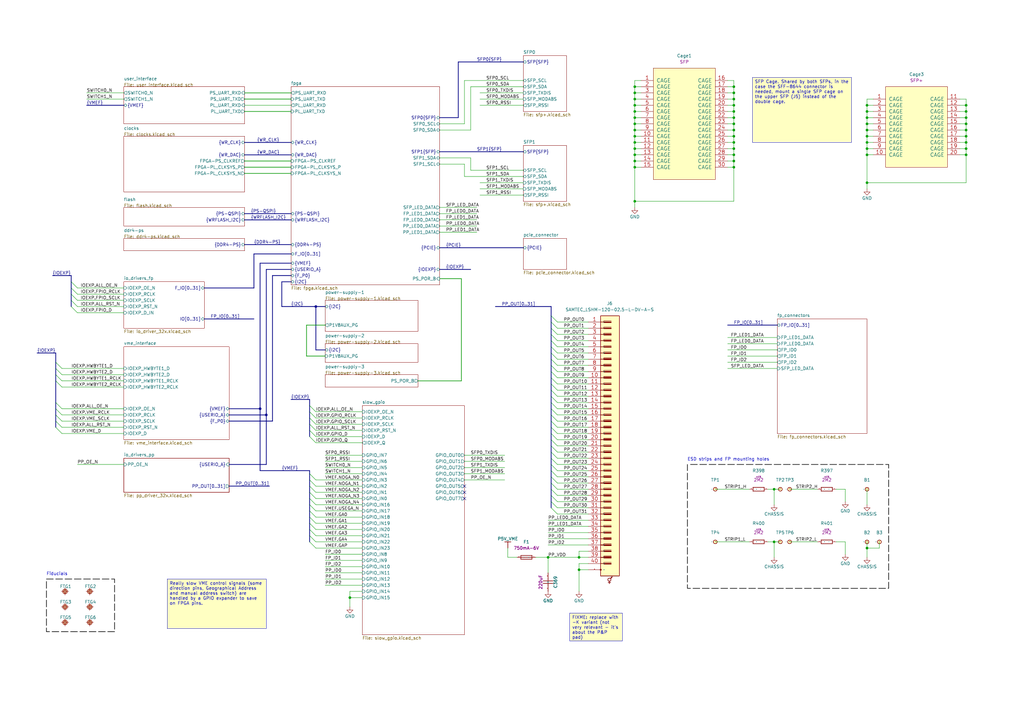
<source format=kicad_sch>
(kicad_sch (version 20250114) (generator "eeschema") (generator_version "9.0")
  (paper "A3")
  (title_block (title "VME WR Timing Receiver - Top Level") (date "2023-09-17") (rev "-"))
  (lib_symbols
    (symbol "Capacitors SMD:CC1210_220UF_6.3V_20%_X5R" (pin_names (offset 1.27))
      (property "Reference" "C" (at 3.81 3.048 0))
      (property "Val" "220uF" (at 3.81 -3.048 0))
      (symbol "CC1210_220UF_6.3V_20%_X5R_0_1"
        (pin passive line (at 0 0 0) (length 2.54) (name "1") (number "1"))
        (pin passive line (at 7.62 0 180) (length 2.54) (name "2") (number "2"))
      )
    )
    (symbol "FIDUCIAL_TARGET_C100-200_1" (pin_names (offset 1.27))
      (property "Reference" "FTG" (at 0.254 2.032 0))
    )
    (symbol "FIDUCIAL_TARGET_C100-200_2" (pin_names (offset 1.27))
      (property "Reference" "FTG" (at 0.254 2.032 0))
    )
    (symbol "FIDUCIAL_TARGET_C100-200_3" (pin_names (offset 1.27))
      (property "Reference" "FTG" (at 0.254 2.032 0))
    )
    (symbol "FIDUCIAL_TARGET_C100-200_4" (pin_names (offset 1.27))
      (property "Reference" "FTG" (at 0.254 2.032 0))
    )
    (symbol "FIDUCIAL_TARGET_C100-200_5" (pin_names (offset 1.27))
      (property "Reference" "FTG" (at 0.254 2.032 0))
    )
    (symbol "Fuses:FUSR_LITTELFUSE_0603L075SL" (pin_names (offset 1.27))
      (property "Reference" "F" (at 3.81 1.778 0))
      (property "Description" "750mA-6V" (at 3.81 -2.032 0))
      (symbol "FUSR_LITTELFUSE_0603L075SL_0_1"
        (pin passive line (at 0 0 0) (length 1.524) (name "1") (number "1"))
        (pin passive line (at 7.62 0 180) (length 1.524) (name "2") (number "2"))
      )
    )
    (symbol "MOLEX:MOLEX_74737-0009" (pin_names (offset 1.27))
      (property "Reference" "Cage" (at 12.7 -2.54 0))
      (property "Description" "SFP+" (at 12.7 -30.48 0))
      (symbol "MOLEX_74737-0009_0_1"
        (pin power_in line (at -5.08 -5.08 0) (length 5.08) (name "CAGE") (number "1"))
        (pin power_in line (at -5.08 -7.62 0) (length 5.08) (name "CAGE") (number "2"))
        (pin power_in line (at -5.08 -10.16 0) (length 5.08) (name "CAGE") (number "3"))
        (pin power_in line (at -5.08 -12.7 0) (length 5.08) (name "CAGE") (number "4"))
        (pin power_in line (at -5.08 -15.24 0) (length 5.08) (name "CAGE") (number "5"))
        (pin power_in line (at -5.08 -17.78 0) (length 5.08) (name "CAGE") (number "6"))
        (pin power_in line (at -5.08 -20.32 0) (length 5.08) (name "CAGE") (number "7"))
        (pin power_in line (at -5.08 -22.86 0) (length 5.08) (name "CAGE") (number "8"))
        (pin power_in line (at -5.08 -25.4 0) (length 5.08) (name "CAGE") (number "9"))
        (pin power_in line (at -5.08 -27.94 0) (length 5.08) (name "CAGE") (number "10"))
        (pin power_in line (at 30.48 -5.08 180) (length 5.08) (name "CAGE") (number "11"))
        (pin power_in line (at 30.48 -7.62 180) (length 5.08) (name "CAGE") (number "12"))
        (pin power_in line (at 30.48 -10.16 180) (length 5.08) (name "CAGE") (number "13"))
        (pin power_in line (at 30.48 -12.7 180) (length 5.08) (name "CAGE") (number "14"))
        (pin power_in line (at 30.48 -15.24 180) (length 5.08) (name "CAGE") (number "15"))
        (pin power_in line (at 30.48 -17.78 180) (length 5.08) (name "CAGE") (number "16"))
        (pin power_in line (at 30.48 -20.32 180) (length 5.08) (name "CAGE") (number "17"))
        (pin power_in line (at 30.48 -22.86 180) (length 5.08) (name "CAGE") (number "18"))
        (pin power_in line (at 30.48 -25.4 180) (length 5.08) (name "CAGE") (number "19"))
        (pin power_in line (at 30.48 -27.94 180) (length 5.08) (name "CAGE") (number "20"))
      )
    )
    (symbol "Pads:FIDUCIAL_TARGET_C100-200" (pin_names (offset 1.27))
      (property "Reference" "FTG" (at 0.254 2.032 0))
    )
    (symbol "Pads:PLATED_HOLE2.7_PAD5.0" (pin_names (offset 1.27))
      (property "Reference" "B" (at -1.27 0 0))
      (symbol "PLATED_HOLE2.7_PAD5.0_0_1"
        (pin bidirectional line (at 0 0 180) (length 0) (name "1") (number "1"))
      )
    )
    (symbol "Pads:SMD_PAD_1.27X1.27MM" (pin_names (offset 1.27))
      (property "Reference" "TP" (at -1.27 0 0))
      (symbol "SMD_PAD_1.27X1.27MM_0_1"
        (pin bidirectional line (at 0 0 180) (length 0) (name "1") (number "1"))
      )
    )
    (symbol "Resistors SMD:R0805_2M2_1%_0.125W_100PPM" (pin_names (offset 1.27))
      (property "Reference" "R" (at 3.81 1.778 0))
      (property "Description" "±1%" (at 3.81 0 0))
      (property "Val" "2M2" (at 3.81 -1.778 0))
      (symbol "R0805_2M2_1%_0.125W_100PPM_0_1"
        (pin passive line (at 0 0 0) (length 1.524) (name "1") (number "1"))
        (pin passive line (at 7.62 0 180) (length 1.524) (name "2") (number "2"))
      )
    )
    (symbol "SAMTEC:SAMTEC_LSHM-120-02.5-L-DV-A-S" (pin_names (offset 1.27))
      (property "Reference" "J" (at 3.81 1.27 0))
      (symbol "SAMTEC_LSHM-120-02.5-L-DV-A-S_0_1"
        (text "Shield" (at 3.81 -104.14 0) (effects (font (size 1.016 1.016))))
        (pin bidirectional line (at -5.08 -2.54 0) (length 5.08) (name "1") (number "1"))
        (pin bidirectional line (at -5.08 -5.08 0) (length 5.08) (name "2") (number "2"))
        (pin bidirectional line (at -5.08 -7.62 0) (length 5.08) (name "3") (number "3"))
        (pin bidirectional line (at -5.08 -10.16 0) (length 5.08) (name "4") (number "4"))
        (pin bidirectional line (at -5.08 -12.7 0) (length 5.08) (name "5") (number "5"))
        (pin bidirectional line (at -5.08 -15.24 0) (length 5.08) (name "6") (number "6"))
        (pin bidirectional line (at -5.08 -17.78 0) (length 5.08) (name "7") (number "7"))
        (pin bidirectional line (at -5.08 -20.32 0) (length 5.08) (name "8") (number "8"))
        (pin bidirectional line (at -5.08 -22.86 0) (length 5.08) (name "9") (number "9"))
        (pin bidirectional line (at -5.08 -25.4 0) (length 5.08) (name "10") (number "10"))
        (pin bidirectional line (at -5.08 -27.94 0) (length 5.08) (name "11") (number "11"))
        (pin bidirectional line (at -5.08 -30.48 0) (length 5.08) (name "12") (number "12"))
        (pin bidirectional line (at -5.08 -33.02 0) (length 5.08) (name "13") (number "13"))
        (pin bidirectional line (at -5.08 -35.56 0) (length 5.08) (name "14") (number "14"))
        (pin bidirectional line (at -5.08 -38.1 0) (length 5.08) (name "15") (number "15"))
        (pin bidirectional line (at -5.08 -40.64 0) (length 5.08) (name "16") (number "16"))
        (pin bidirectional line (at -5.08 -43.18 0) (length 5.08) (name "17") (number "17"))
        (pin bidirectional line (at -5.08 -45.72 0) (length 5.08) (name "18") (number "18"))
        (pin bidirectional line (at -5.08 -48.26 0) (length 5.08) (name "19") (number "19"))
        (pin bidirectional line (at -5.08 -50.8 0) (length 5.08) (name "20") (number "20"))
        (pin bidirectional line (at -5.08 -53.34 0) (length 5.08) (name "21") (number "21"))
        (pin bidirectional line (at -5.08 -55.88 0) (length 5.08) (name "22") (number "22"))
        (pin bidirectional line (at -5.08 -58.42 0) (length 5.08) (name "23") (number "23"))
        (pin bidirectional line (at -5.08 -60.96 0) (length 5.08) (name "24") (number "24"))
        (pin bidirectional line (at -5.08 -63.5 0) (length 5.08) (name "25") (number "25"))
        (pin bidirectional line (at -5.08 -66.04 0) (length 5.08) (name "26") (number "26"))
        (pin bidirectional line (at -5.08 -68.58 0) (length 5.08) (name "27") (number "27"))
        (pin bidirectional line (at -5.08 -71.12 0) (length 5.08) (name "28") (number "28"))
        (pin bidirectional line (at -5.08 -73.66 0) (length 5.08) (name "29") (number "29"))
        (pin bidirectional line (at -5.08 -76.2 0) (length 5.08) (name "30") (number "30"))
        (pin bidirectional line (at -5.08 -78.74 0) (length 5.08) (name "31") (number "31"))
        (pin bidirectional line (at -5.08 -81.28 0) (length 5.08) (name "32") (number "32"))
        (pin bidirectional line (at -5.08 -83.82 0) (length 5.08) (name "33") (number "33"))
        (pin bidirectional line (at -5.08 -86.36 0) (length 5.08) (name "34") (number "34"))
        (pin bidirectional line (at -5.08 -88.9 0) (length 5.08) (name "35") (number "35"))
        (pin bidirectional line (at -5.08 -91.44 0) (length 5.08) (name "36") (number "36"))
        (pin bidirectional line (at -5.08 -93.98 0) (length 5.08) (name "37") (number "37"))
        (pin bidirectional line (at -5.08 -96.52 0) (length 5.08) (name "38") (number "38"))
        (pin bidirectional line (at -5.08 -99.06 0) (length 5.08) (name "39") (number "39"))
        (pin bidirectional line (at -5.08 -101.6 0) (length 5.08) (name "40") (number "40"))
        (pin power_in line (at -5.08 -104.14 0) (length 5.08) (name "Shield") (number "41"))
      )
      (symbol "SAMTEC_LSHM-120-02.5-L-DV-A-S_0_2"
        (text "Shield" (at 3.81 -53.34 0) (effects (font (size 1.016 1.016))))
        (pin bidirectional line (at -5.08 -2.54 0) (length 5.08) (name "1") (number "1"))
        (pin bidirectional line (at -5.08 -5.08 0) (length 5.08) (name "3") (number "3"))
        (pin bidirectional line (at -5.08 -7.62 0) (length 5.08) (name "5") (number "5"))
        (pin bidirectional line (at -5.08 -10.16 0) (length 5.08) (name "7") (number "7"))
        (pin bidirectional line (at -5.08 -12.7 0) (length 5.08) (name "9") (number "9"))
        (pin bidirectional line (at -5.08 -15.24 0) (length 5.08) (name "11") (number "11"))
        (pin bidirectional line (at -5.08 -17.78 0) (length 5.08) (name "13") (number "13"))
        (pin bidirectional line (at -5.08 -20.32 0) (length 5.08) (name "15") (number "15"))
        (pin bidirectional line (at -5.08 -22.86 0) (length 5.08) (name "17") (number "17"))
        (pin bidirectional line (at -5.08 -25.4 0) (length 5.08) (name "19") (number "19"))
        (pin bidirectional line (at -5.08 -27.94 0) (length 5.08) (name "21") (number "21"))
        (pin bidirectional line (at -5.08 -30.48 0) (length 5.08) (name "23") (number "23"))
        (pin bidirectional line (at -5.08 -33.02 0) (length 5.08) (name "25") (number "25"))
        (pin bidirectional line (at -5.08 -35.56 0) (length 5.08) (name "27") (number "27"))
        (pin bidirectional line (at -5.08 -38.1 0) (length 5.08) (name "29") (number "29"))
        (pin bidirectional line (at -5.08 -40.64 0) (length 5.08) (name "31") (number "31"))
        (pin bidirectional line (at -5.08 -43.18 0) (length 5.08) (name "33") (number "33"))
        (pin bidirectional line (at -5.08 -45.72 0) (length 5.08) (name "35") (number "35"))
        (pin bidirectional line (at -5.08 -48.26 0) (length 5.08) (name "37") (number "37"))
        (pin bidirectional line (at -5.08 -50.8 0) (length 5.08) (name "39") (number "39"))
        (pin power_in line (at -5.08 -53.34 0) (length 5.08) (name "Shield") (number "41"))
        (pin bidirectional line (at 12.7 -2.54 180) (length 5.08) (name "2") (number "2"))
        (pin bidirectional line (at 12.7 -5.08 180) (length 5.08) (name "4") (number "4"))
        (pin bidirectional line (at 12.7 -7.62 180) (length 5.08) (name "6") (number "6"))
        (pin bidirectional line (at 12.7 -10.16 180) (length 5.08) (name "8") (number "8"))
        (pin bidirectional line (at 12.7 -12.7 180) (length 5.08) (name "10") (number "10"))
        (pin bidirectional line (at 12.7 -15.24 180) (length 5.08) (name "12") (number "12"))
        (pin bidirectional line (at 12.7 -17.78 180) (length 5.08) (name "14") (number "14"))
        (pin bidirectional line (at 12.7 -20.32 180) (length 5.08) (name "16") (number "16"))
        (pin bidirectional line (at 12.7 -22.86 180) (length 5.08) (name "18") (number "18"))
        (pin bidirectional line (at 12.7 -25.4 180) (length 5.08) (name "20") (number "20"))
        (pin bidirectional line (at 12.7 -27.94 180) (length 5.08) (name "22") (number "22"))
        (pin bidirectional line (at 12.7 -30.48 180) (length 5.08) (name "24") (number "24"))
        (pin bidirectional line (at 12.7 -33.02 180) (length 5.08) (name "26") (number "26"))
        (pin bidirectional line (at 12.7 -35.56 180) (length 5.08) (name "28") (number "28"))
        (pin bidirectional line (at 12.7 -38.1 180) (length 5.08) (name "30") (number "30"))
        (pin bidirectional line (at 12.7 -40.64 180) (length 5.08) (name "32") (number "32"))
        (pin bidirectional line (at 12.7 -43.18 180) (length 5.08) (name "34") (number "34"))
        (pin bidirectional line (at 12.7 -45.72 180) (length 5.08) (name "36") (number "36"))
        (pin bidirectional line (at 12.7 -48.26 180) (length 5.08) (name "38") (number "38"))
        (pin bidirectional line (at 12.7 -50.8 180) (length 5.08) (name "40") (number "40"))
      )
    )
    (symbol "TYCO:TYCO_1761014-3" (pin_names (offset 1.27))
      (property "Reference" "Cage" (at 12.7 -2.54 0))
      (property "Description" "SFP" (at 12.7 -43.18 0))
      (symbol "TYCO_1761014-3_0_1"
        (pin power_in line (at -5.08 -5.08 0) (length 5.08) (name "CAGE") (number "1"))
        (pin power_in line (at -5.08 -7.62 0) (length 5.08) (name "CAGE") (number "2"))
        (pin power_in line (at -5.08 -10.16 0) (length 5.08) (name "CAGE") (number "3"))
        (pin power_in line (at -5.08 -12.7 0) (length 5.08) (name "CAGE") (number "4"))
        (pin power_in line (at -5.08 -15.24 0) (length 5.08) (name "CAGE") (number "5"))
        (pin power_in line (at -5.08 -17.78 0) (length 5.08) (name "CAGE") (number "6"))
        (pin power_in line (at -5.08 -20.32 0) (length 5.08) (name "CAGE") (number "7"))
        (pin power_in line (at -5.08 -22.86 0) (length 5.08) (name "CAGE") (number "8"))
        (pin power_in line (at -5.08 -25.4 0) (length 5.08) (name "CAGE") (number "9"))
        (pin power_in line (at -5.08 -27.94 0) (length 5.08) (name "CAGE") (number "10"))
        (pin power_in line (at -5.08 -30.48 0) (length 5.08) (name "CAGE") (number "11"))
        (pin power_in line (at -5.08 -33.02 0) (length 5.08) (name "CAGE") (number "12"))
        (pin power_in line (at -5.08 -35.56 0) (length 5.08) (name "CAGE") (number "13"))
        (pin power_in line (at -5.08 -38.1 0) (length 5.08) (name "CAGE") (number "14"))
        (pin power_in line (at -5.08 -40.64 0) (length 5.08) (name "CAGE") (number "15"))
        (pin power_in line (at 30.48 -5.08 180) (length 5.08) (name "CAGE") (number "16"))
        (pin power_in line (at 30.48 -7.62 180) (length 5.08) (name "CAGE") (number "17"))
        (pin power_in line (at 30.48 -10.16 180) (length 5.08) (name "CAGE") (number "18"))
        (pin power_in line (at 30.48 -12.7 180) (length 5.08) (name "CAGE") (number "19"))
        (pin power_in line (at 30.48 -15.24 180) (length 5.08) (name "CAGE") (number "20"))
        (pin power_in line (at 30.48 -17.78 180) (length 5.08) (name "CAGE") (number "21"))
        (pin power_in line (at 30.48 -20.32 180) (length 5.08) (name "CAGE") (number "22"))
        (pin power_in line (at 30.48 -22.86 180) (length 5.08) (name "CAGE") (number "23"))
        (pin power_in line (at 30.48 -25.4 180) (length 5.08) (name "CAGE") (number "24"))
        (pin power_in line (at 30.48 -27.94 180) (length 5.08) (name "CAGE") (number "25"))
        (pin power_in line (at 30.48 -30.48 180) (length 5.08) (name "CAGE") (number "26"))
        (pin power_in line (at 30.48 -33.02 180) (length 5.08) (name "CAGE") (number "27"))
        (pin power_in line (at 30.48 -35.56 180) (length 5.08) (name "CAGE") (number "28"))
        (pin power_in line (at 30.48 -38.1 180) (length 5.08) (name "CAGE") (number "29"))
        (pin power_in line (at 30.48 -40.64 180) (length 5.08) (name "CAGE") (number "30"))
      )
    )
    (symbol "power:GND" (power) (pin_names (offset 0))
      (property "Value" "GND" (at 0 -3.81 0))
      (symbol "GND_1_1"
        (pin power_in line (at 0 0 270) (length 0) (hide yes) (name "GND") (number "1"))
      )
    )
    (symbol "vme-wren:P3V3" (power)
      (property "Value" "P3V3" (at 0 -3.81 0))
      (symbol "P3V3_0_0"
        (pin power_in line (at 0 0 0) (length 0) (hide yes) (name "P3V3") (number ""))
      )
    )
  )
  (bus_alias "IOEXP" (members "IOEXP.GPIO_D" "IOEXP.GPIO_Q" "IOEXP.GPIO_RCLK" "IOEXP.GPIO_SCLK" "IOEXP.VME_D" "IOEXP.VME_RCLK" "IOEXP.VME_SCLK" "IOEXP.FPIO_RCLK" "IOEXP.FPIO_SCLK" "IOEXP.FPIO_D" "IOEXP.ALL_RST_N" "IOEXP.ALL_OE_N" "IOEXP.HWBYTE1_D" "IOEXP.HWBYTE2_D" "IOEXP.HWBYTE1_RCLK" "IOEXP.HWBYTE2_RCLK"))
  (bus_alias "PCIE" (members "PCIE.PET_P" "PCIE.PET_N" "PCIE.PER_P" "PCIE.PER_N" "PCIE.REFCLK_P" "PCIE.REFCLK_N" "PCIE.PERST_N"))
  (polyline (pts (xy 283.21 190.5) (xy 364.49 190.5) (xy 364.49 241.3) (xy 281.94 241.3) (xy 281.94 190.5)) (stroke (width 0.254) (type dash) (color 0 0 0 1)))
  (polyline (pts (xy 19.05 237.49) (xy 46.99 237.49) (xy 46.99 259.08) (xy 19.05 259.08) (xy 19.05 237.49)) (stroke (width 0.254) (type dash) (color 0 0 0 1)))
  (text "Fiducials" (at 19.05 236.22 0) (effects (font (size 1.27 1.27)) (justify left bottom)))
  (text "ESD strips and FP mounting holes" (at 281.94 189.23 0) (effects (font (size 1.27 1.27)) (justify left bottom)))
  (text_box "SFP Cage. Shared by both SFPs, in the case the SFF-8644 connector is needed, mount a single SFP cage on the upper SFP (J5) instead of the double cage." (at 308.61 31.75 0) (size 40.64 26.67) (margins 0.9525 0.9525 0.9525 0.9525) (fill (type color) (color 255 255 194 1)) (effects (font (size 1.27 1.27)) (justify left top)))
  (text_box "Really slow VME control signals (some direction pins, Geographical Address and manual address switch) are handled by a GPIO expander to save on FPGA pins." (at 68.58 237.49 0) (size 40.64 20.32) (margins 0.9525 0.9525 0.9525 0.9525) (fill (type color) (color 255 255 194 1)) (effects (font (size 1.27 1.27)) (justify left top)))
  (text_box "FIXME: replace with -K variant (not very relevant - it's about the P&P pad)\n" (at 233.68 251.46 0) (size 21.59 11.43) (margins 0.9525 0.9525 0.9525 0.9525) (fill (type color) (color 255 255 194 1)) (effects (font (size 1.27 1.27)) (justify left top)))
  (junction (at 129.54 125.73))
  (junction (at 355.6 60.96))
  (junction (at 300.99 50.8))
  (junction (at 300.99 43.18))
  (junction (at 396.24 55.88))
  (junction (at 260.35 35.56))
  (junction (at 396.24 58.42))
  (junction (at 300.99 53.34))
  (junction (at 260.35 38.1))
  (junction (at 300.99 48.26))
  (junction (at 300.99 60.96))
  (junction (at 300.99 55.88))
  (junction (at 237.49 228.6))
  (junction (at 260.35 50.8))
  (junction (at 300.99 40.64))
  (junction (at 300.99 45.72))
  (junction (at 260.35 60.96))
  (junction (at 224.79 228.6))
  (junction (at 396.24 48.26))
  (junction (at 396.24 45.72))
  (junction (at 300.99 63.5))
  (junction (at 260.35 58.42))
  (junction (at 300.99 68.58))
  (junction (at 317.5 222.25))
  (junction (at 106.68 167.64))
  (junction (at 260.35 66.04))
  (junction (at 260.35 48.26))
  (junction (at 300.99 38.1))
  (junction (at 300.99 66.04))
  (junction (at 300.99 58.42))
  (junction (at 355.6 48.26))
  (junction (at 355.6 53.34))
  (junction (at 355.6 224.79))
  (junction (at 396.24 50.8))
  (junction (at 260.35 63.5))
  (junction (at 260.35 40.64))
  (junction (at 260.35 55.88))
  (junction (at 355.6 55.88))
  (junction (at 355.6 50.8))
  (junction (at 300.99 35.56))
  (junction (at 355.6 63.5))
  (junction (at 317.5 200.66))
  (junction (at 237.49 233.68))
  (junction (at 396.24 53.34))
  (junction (at 260.35 53.34))
  (junction (at 260.35 82.55))
  (junction (at 355.6 74.93))
  (junction (at 355.6 43.18))
  (junction (at 260.35 43.18))
  (junction (at 396.24 43.18))
  (junction (at 260.35 45.72))
  (junction (at 396.24 60.96))
  (junction (at 260.35 68.58))
  (junction (at 355.6 45.72))
  (junction (at 143.51 245.11))
  (junction (at 109.22 170.18))
  (junction (at 355.6 58.42))
  (junction (at 396.24 63.5))
  (no_connect (at 190.5 204.47))
  (no_connect (at 190.5 201.93))
  (no_connect (at 190.5 199.39))
  (bus_entry (at 226.06 182.88) (size 2.54 2.54))
  (bus_entry (at 226.06 139.7) (size 2.54 2.54))
  (bus_entry (at 226.06 144.78) (size 2.54 2.54))
  (bus_entry (at 22.86 175.26) (size 2.54 2.54))
  (bus_entry (at 226.06 175.26) (size 2.54 2.54))
  (bus_entry (at 22.86 165.1) (size 2.54 2.54))
  (bus_entry (at 226.06 129.54) (size 2.54 2.54))
  (bus_entry (at 127 199.39) (size 2.54 2.54))
  (bus_entry (at 22.86 156.21) (size 2.54 2.54))
  (bus_entry (at 127 196.85) (size 2.54 2.54))
  (bus_entry (at 127 219.71) (size 2.54 2.54))
  (bus_entry (at 29.21 115.57) (size 2.54 2.54))
  (bus_entry (at 127 207.01) (size 2.54 2.54))
  (bus_entry (at 127 166.37) (size 2.54 2.54))
  (bus_entry (at 226.06 172.72) (size 2.54 2.54))
  (bus_entry (at 226.06 177.8) (size 2.54 2.54))
  (bus_entry (at 29.21 118.11) (size 2.54 2.54))
  (bus_entry (at 22.86 170.18) (size 2.54 2.54))
  (bus_entry (at 127 173.99) (size 2.54 2.54))
  (bus_entry (at 22.86 151.13) (size 2.54 2.54))
  (bus_entry (at 226.06 185.42) (size 2.54 2.54))
  (bus_entry (at 226.06 193.04) (size 2.54 2.54))
  (bus_entry (at 226.06 170.18) (size 2.54 2.54))
  (bus_entry (at 226.06 147.32) (size 2.54 2.54))
  (bus_entry (at 22.86 167.64) (size 2.54 2.54))
  (bus_entry (at 127 212.09) (size 2.54 2.54))
  (bus_entry (at 226.06 200.66) (size 2.54 2.54))
  (bus_entry (at 22.86 172.72) (size 2.54 2.54))
  (bus_entry (at 29.21 120.65) (size 2.54 2.54))
  (bus_entry (at 226.06 195.58) (size 2.54 2.54))
  (bus_entry (at 127 179.07) (size 2.54 2.54))
  (bus_entry (at 127 209.55) (size 2.54 2.54))
  (bus_entry (at 22.86 153.67) (size 2.54 2.54))
  (bus_entry (at 29.21 125.73) (size 2.54 2.54))
  (bus_entry (at 226.06 203.2) (size 2.54 2.54))
  (bus_entry (at 226.06 149.86) (size 2.54 2.54))
  (bus_entry (at 226.06 160.02) (size 2.54 2.54))
  (bus_entry (at 226.06 205.74) (size 2.54 2.54))
  (bus_entry (at 127 194.31) (size 2.54 2.54))
  (bus_entry (at 226.06 142.24) (size 2.54 2.54))
  (bus_entry (at 226.06 180.34) (size 2.54 2.54))
  (bus_entry (at 226.06 154.94) (size 2.54 2.54))
  (bus_entry (at 226.06 165.1) (size 2.54 2.54))
  (bus_entry (at 226.06 134.62) (size 2.54 2.54))
  (bus_entry (at 226.06 187.96) (size 2.54 2.54))
  (bus_entry (at 127 214.63) (size 2.54 2.54))
  (bus_entry (at 127 204.47) (size 2.54 2.54))
  (bus_entry (at 226.06 157.48) (size 2.54 2.54))
  (bus_entry (at 127 201.93) (size 2.54 2.54))
  (bus_entry (at 226.06 137.16) (size 2.54 2.54))
  (bus_entry (at 226.06 152.4) (size 2.54 2.54))
  (bus_entry (at 127 171.45) (size 2.54 2.54))
  (bus_entry (at 22.86 148.59) (size 2.54 2.54))
  (bus_entry (at 127 217.17) (size 2.54 2.54))
  (bus_entry (at 226.06 190.5) (size 2.54 2.54))
  (bus_entry (at 226.06 208.28) (size 2.54 2.54))
  (bus_entry (at 226.06 162.56) (size 2.54 2.54))
  (bus_entry (at 127 176.53) (size 2.54 2.54))
  (bus_entry (at 226.06 198.12) (size 2.54 2.54))
  (bus_entry (at 127 168.91) (size 2.54 2.54))
  (bus_entry (at 226.06 167.64) (size 2.54 2.54))
  (bus_entry (at 29.21 123.19) (size 2.54 2.54))
  (bus_entry (at 226.06 132.08) (size 2.54 2.54))
  (bus_entry (at 127 222.25) (size 2.54 2.54))
  (bus (pts (xy 226.06 144.78) (xy 226.06 142.24)))
  (bus (pts (xy 298.45 133.35) (xy 318.77 133.35)))
  (wire (pts (xy 396.24 53.34) (xy 393.7 53.34)))
  (wire (pts (xy 360.68 224.79) (xy 355.6 224.79)))
  (wire (pts (xy 260.35 63.5) (xy 260.35 66.04)))
  (wire (pts (xy 228.6 139.7) (xy 241.3 139.7)))
  (wire (pts (xy 396.24 60.96) (xy 396.24 58.42)))
  (wire (pts (xy 396.24 55.88) (xy 396.24 53.34)))
  (bus (pts (xy 226.06 190.5) (xy 226.06 187.96)))
  (wire (pts (xy 180.34 90.17) (xy 195.58 90.17)))
  (bus (pts (xy 226.06 200.66) (xy 226.06 198.12)))
  (wire (pts (xy 396.24 50.8) (xy 393.7 50.8)))
  (wire (pts (xy 300.99 60.96) (xy 300.99 58.42)))
  (bus (pts (xy 93.98 170.18) (xy 109.22 170.18)))
  (wire (pts (xy 298.45 66.04) (xy 300.99 66.04)))
  (bus (pts (xy 180.34 110.49) (xy 193.04 110.49)))
  (wire (pts (xy 396.24 63.5) (xy 393.7 63.5)))
  (wire (pts (xy 133.35 194.31) (xy 148.59 194.31)))
  (bus (pts (xy 180.34 101.6) (xy 214.63 101.6)))
  (bus (pts (xy 22.86 156.21) (xy 22.86 153.67)))
  (wire (pts (xy 298.45 151.13) (xy 318.77 151.13)))
  (bus (pts (xy 109.22 110.49) (xy 119.38 110.49)))
  (wire (pts (xy 260.35 38.1) (xy 260.35 40.64)))
  (bus (pts (xy 226.06 125.73) (xy 226.06 129.54)))
  (wire (pts (xy 133.35 229.87) (xy 148.59 229.87)))
  (wire (pts (xy 100.33 38.1) (xy 119.38 38.1)) (stroke (width 0.254)))
  (wire (pts (xy 189.23 114.3) (xy 180.34 114.3)) (stroke (width 0.254)))
  (wire (pts (xy 180.34 67.31) (xy 190.5 67.31)))
  (wire (pts (xy 298.45 138.43) (xy 318.77 138.43)))
  (wire (pts (xy 224.79 218.44) (xy 241.3 218.44)))
  (wire (pts (xy 100.33 66.04) (xy 119.38 66.04)) (stroke (width 0.254)))
  (wire (pts (xy 298.45 40.64) (xy 300.99 40.64)))
  (bus (pts (xy 129.54 143.51) (xy 133.35 143.51)))
  (wire (pts (xy 300.99 58.42) (xy 300.99 55.88)))
  (wire (pts (xy 228.6 154.94) (xy 241.3 154.94)))
  (bus (pts (xy 93.98 199.39) (xy 110.49 199.39)))
  (bus (pts (xy 226.06 205.74) (xy 226.06 203.2)))
  (wire (pts (xy 355.6 58.42) (xy 355.6 60.96)))
  (wire (pts (xy 196.85 38.1) (xy 214.63 38.1)))
  (bus (pts (xy 127 173.99) (xy 127 171.45)))
  (wire (pts (xy 228.6 149.86) (xy 241.3 149.86)))
  (bus (pts (xy 104.14 104.14) (xy 119.38 104.14)))
  (wire (pts (xy 260.35 50.8) (xy 260.35 53.34)))
  (wire (pts (xy 262.89 40.64) (xy 260.35 40.64)))
  (wire (pts (xy 25.4 175.26) (xy 50.8 175.26)))
  (wire (pts (xy 224.79 228.6) (xy 237.49 228.6)))
  (wire (pts (xy 129.54 207.01) (xy 148.59 207.01)))
  (bus (pts (xy 226.06 165.1) (xy 226.06 162.56)))
  (wire (pts (xy 190.5 189.23) (xy 207.01 189.23)))
  (wire (pts (xy 228.6 172.72) (xy 241.3 172.72)))
  (wire (pts (xy 25.4 177.8) (xy 50.8 177.8)))
  (wire (pts (xy 143.51 242.57) (xy 143.51 245.11)))
  (bus (pts (xy 106.68 193.04) (xy 127 193.04)))
  (wire (pts (xy 298.45 50.8) (xy 300.99 50.8)))
  (bus (pts (xy 29.21 120.65) (xy 29.21 118.11)))
  (wire (pts (xy 262.89 53.34) (xy 260.35 53.34)))
  (bus (pts (xy 127 168.91) (xy 127 166.37)))
  (wire (pts (xy 396.24 43.18) (xy 396.24 40.64)))
  (wire (pts (xy 31.75 120.65) (xy 50.8 120.65)))
  (wire (pts (xy 260.35 82.55) (xy 260.35 85.09)))
  (wire (pts (xy 300.99 40.64) (xy 300.99 38.1)))
  (wire (pts (xy 358.14 53.34) (xy 355.6 53.34)))
  (wire (pts (xy 241.3 231.14) (xy 237.49 231.14)))
  (wire (pts (xy 133.35 189.23) (xy 148.59 189.23)))
  (wire (pts (xy 228.6 152.4) (xy 241.3 152.4)))
  (bus (pts (xy 226.06 180.34) (xy 226.06 177.8)))
  (bus (pts (xy 226.06 203.2) (xy 226.06 200.66)))
  (bus (pts (xy 21.59 113.03) (xy 29.21 113.03)))
  (bus (pts (xy 127 196.85) (xy 127 199.39)))
  (wire (pts (xy 260.35 53.34) (xy 260.35 55.88)))
  (bus (pts (xy 226.06 137.16) (xy 226.06 134.62)))
  (wire (pts (xy 212.09 228.6) (xy 208.28 228.6)))
  (wire (pts (xy 180.34 85.09) (xy 195.58 85.09)))
  (wire (pts (xy 228.6 165.1) (xy 241.3 165.1)))
  (bus (pts (xy 50.8 43.18) (xy 35.56 43.18)))
  (wire (pts (xy 237.49 231.14) (xy 237.49 233.68)))
  (wire (pts (xy 396.24 58.42) (xy 396.24 55.88)))
  (wire (pts (xy 396.24 48.26) (xy 393.7 48.26)))
  (bus (pts (xy 111.76 172.72) (xy 93.98 172.72)))
  (wire (pts (xy 260.35 68.58) (xy 260.35 82.55)))
  (wire (pts (xy 31.75 123.19) (xy 50.8 123.19)))
  (wire (pts (xy 300.99 48.26) (xy 300.99 45.72)))
  (wire (pts (xy 358.14 60.96) (xy 355.6 60.96)))
  (wire (pts (xy 358.14 50.8) (xy 355.6 50.8)))
  (wire (pts (xy 237.49 233.68) (xy 241.3 233.68)))
  (bus (pts (xy 129.54 125.73) (xy 129.54 143.51)))
  (wire (pts (xy 300.99 45.72) (xy 300.99 43.18)))
  (wire (pts (xy 355.6 74.93) (xy 396.24 74.93)))
  (wire (pts (xy 260.35 66.04) (xy 260.35 68.58)))
  (wire (pts (xy 346.71 222.25) (xy 346.71 227.33)))
  (bus (pts (xy 226.06 167.64) (xy 226.06 165.1)))
  (bus (pts (xy 226.06 182.88) (xy 226.06 180.34)))
  (bus (pts (xy 106.68 193.04) (xy 106.68 167.64)))
  (wire (pts (xy 396.24 43.18) (xy 393.7 43.18)))
  (wire (pts (xy 196.85 43.18) (xy 214.63 43.18)))
  (bus (pts (xy 133.35 125.73) (xy 129.54 125.73)))
  (wire (pts (xy 320.04 200.66) (xy 317.5 200.66)))
  (wire (pts (xy 358.14 40.64) (xy 355.6 40.64)))
  (wire (pts (xy 262.89 50.8) (xy 260.35 50.8)))
  (bus (pts (xy 22.86 148.59) (xy 22.86 144.78)))
  (wire (pts (xy 125.73 133.35) (xy 125.73 146.05)) (stroke (width 0.254)))
  (wire (pts (xy 300.99 43.18) (xy 300.99 40.64)))
  (bus (pts (xy 226.06 195.58) (xy 226.06 193.04)))
  (bus (pts (xy 115.57 115.57) (xy 119.38 115.57)))
  (bus (pts (xy 109.22 190.5) (xy 93.98 190.5)))
  (wire (pts (xy 133.35 234.95) (xy 148.59 234.95)))
  (bus (pts (xy 226.06 152.4) (xy 226.06 149.86)))
  (wire (pts (xy 355.6 60.96) (xy 355.6 63.5)))
  (wire (pts (xy 298.45 146.05) (xy 318.77 146.05)))
  (bus (pts (xy 127 201.93) (xy 127 204.47)))
  (wire (pts (xy 293.37 222.25) (xy 307.34 222.25)))
  (wire (pts (xy 300.99 55.88) (xy 300.99 53.34)))
  (wire (pts (xy 298.45 140.97) (xy 318.77 140.97)))
  (bus (pts (xy 109.22 170.18) (xy 109.22 190.5)))
  (wire (pts (xy 171.45 156.21) (xy 189.23 156.21)) (stroke (width 0.254)))
  (bus (pts (xy 29.21 115.57) (xy 29.21 113.03)))
  (bus (pts (xy 226.06 177.8) (xy 226.06 175.26)))
  (bus (pts (xy 226.06 170.18) (xy 226.06 167.64)))
  (wire (pts (xy 228.6 190.5) (xy 241.3 190.5)))
  (bus (pts (xy 22.86 151.13) (xy 22.86 148.59)))
  (wire (pts (xy 298.45 68.58) (xy 300.99 68.58)))
  (wire (pts (xy 193.04 69.85) (xy 214.63 69.85)))
  (wire (pts (xy 25.4 170.18) (xy 50.8 170.18)))
  (bus (pts (xy 203.2 125.73) (xy 226.06 125.73)))
  (wire (pts (xy 300.99 53.34) (xy 300.99 50.8)))
  (wire (pts (xy 148.59 242.57) (xy 143.51 242.57)))
  (wire (pts (xy 129.54 201.93) (xy 148.59 201.93)))
  (wire (pts (xy 100.33 43.18) (xy 119.38 43.18)))
  (wire (pts (xy 190.5 33.02) (xy 190.5 50.8)))
  (wire (pts (xy 260.35 35.56) (xy 260.35 38.1)))
  (wire (pts (xy 100.33 45.72) (xy 119.38 45.72)) (stroke (width 0.254)))
  (wire (pts (xy 396.24 40.64) (xy 393.7 40.64)))
  (wire (pts (xy 224.79 228.6) (xy 224.79 234.95)))
  (bus (pts (xy 22.86 172.72) (xy 22.86 170.18)))
  (wire (pts (xy 133.35 227.33) (xy 148.59 227.33)))
  (wire (pts (xy 360.68 222.25) (xy 360.68 224.79)))
  (wire (pts (xy 317.5 222.25) (xy 317.5 228.6)))
  (bus (pts (xy 127 171.45) (xy 127 168.91)))
  (wire (pts (xy 262.89 33.02) (xy 260.35 33.02)))
  (wire (pts (xy 129.54 181.61) (xy 148.59 181.61)))
  (wire (pts (xy 190.5 191.77) (xy 207.01 191.77)))
  (wire (pts (xy 190.5 186.69) (xy 207.01 186.69)))
  (bus (pts (xy 226.06 198.12) (xy 226.06 195.58)))
  (wire (pts (xy 358.14 63.5) (xy 355.6 63.5)))
  (wire (pts (xy 298.45 60.96) (xy 300.99 60.96)))
  (wire (pts (xy 355.6 53.34) (xy 355.6 55.88)))
  (wire (pts (xy 260.35 40.64) (xy 260.35 43.18)))
  (bus (pts (xy 226.06 172.72) (xy 226.06 170.18)))
  (bus (pts (xy 226.06 147.32) (xy 226.06 144.78)))
  (wire (pts (xy 396.24 53.34) (xy 396.24 50.8)))
  (wire (pts (xy 31.75 190.5) (xy 50.8 190.5)))
  (wire (pts (xy 190.5 196.85) (xy 207.01 196.85)))
  (bus (pts (xy 127 166.37) (xy 127 163.83)))
  (wire (pts (xy 396.24 45.72) (xy 393.7 45.72)))
  (bus (pts (xy 83.82 130.81) (xy 104.14 130.81)))
  (wire (pts (xy 143.51 245.11) (xy 143.51 248.92)))
  (wire (pts (xy 193.04 64.77) (xy 193.04 69.85)))
  (wire (pts (xy 143.51 245.11) (xy 148.59 245.11)))
  (bus (pts (xy 226.06 185.42) (xy 226.06 182.88)))
  (wire (pts (xy 346.71 200.66) (xy 346.71 205.74)))
  (bus (pts (xy 119.38 163.83) (xy 127 163.83)))
  (wire (pts (xy 189.23 156.21) (xy 189.23 114.3)) (stroke (width 0.254)))
  (bus (pts (xy 127 209.55) (xy 127 212.09)))
  (wire (pts (xy 298.45 55.88) (xy 300.99 55.88)))
  (bus (pts (xy 226.06 162.56) (xy 226.06 160.02)))
  (wire (pts (xy 25.4 158.75) (xy 50.8 158.75)))
  (wire (pts (xy 396.24 48.26) (xy 396.24 45.72)))
  (wire (pts (xy 35.56 40.64) (xy 50.8 40.64)))
  (wire (pts (xy 355.6 48.26) (xy 355.6 50.8)))
  (wire (pts (xy 228.6 195.58) (xy 241.3 195.58)))
  (wire (pts (xy 228.6 132.08) (xy 241.3 132.08)))
  (wire (pts (xy 260.35 82.55) (xy 300.99 82.55)))
  (wire (pts (xy 180.34 95.25) (xy 195.58 95.25)))
  (wire (pts (xy 180.34 92.71) (xy 195.58 92.71)))
  (wire (pts (xy 133.35 191.77) (xy 148.59 191.77)))
  (bus (pts (xy 127 199.39) (xy 127 201.93)))
  (wire (pts (xy 260.35 45.72) (xy 260.35 48.26)))
  (bus (pts (xy 187.96 25.4) (xy 187.96 48.26)))
  (wire (pts (xy 224.79 223.52) (xy 241.3 223.52)))
  (wire (pts (xy 300.99 35.56) (xy 300.99 33.02)))
  (wire (pts (xy 25.4 167.64) (xy 50.8 167.64)))
  (bus (pts (xy 127 176.53) (xy 127 173.99)))
  (wire (pts (xy 355.6 63.5) (xy 355.6 74.93)))
  (bus (pts (xy 100.33 58.42) (xy 119.38 58.42)))
  (wire (pts (xy 228.6 160.02) (xy 241.3 160.02)))
  (wire (pts (xy 262.89 43.18) (xy 260.35 43.18)))
  (bus (pts (xy 29.21 123.19) (xy 29.21 120.65)))
  (wire (pts (xy 129.54 168.91) (xy 148.59 168.91)))
  (bus (pts (xy 22.86 153.67) (xy 22.86 151.13)))
  (wire (pts (xy 317.5 200.66) (xy 317.5 207.01)))
  (wire (pts (xy 100.33 68.58) (xy 119.38 68.58)) (stroke (width 0.254)))
  (wire (pts (xy 262.89 60.96) (xy 260.35 60.96)))
  (wire (pts (xy 133.35 232.41) (xy 148.59 232.41)))
  (wire (pts (xy 228.6 144.78) (xy 241.3 144.78)))
  (wire (pts (xy 323.85 200.66) (xy 335.28 200.66)))
  (wire (pts (xy 193.04 35.56) (xy 214.63 35.56)))
  (bus (pts (xy 226.06 134.62) (xy 226.06 132.08)))
  (wire (pts (xy 228.6 182.88) (xy 241.3 182.88)))
  (bus (pts (xy 22.86 165.1) (xy 22.86 156.21)))
  (wire (pts (xy 396.24 55.88) (xy 393.7 55.88)))
  (wire (pts (xy 260.35 43.18) (xy 260.35 45.72)))
  (bus (pts (xy 100.33 90.17) (xy 119.38 90.17)))
  (bus (pts (xy 187.96 48.26) (xy 180.34 48.26)))
  (wire (pts (xy 228.6 208.28) (xy 241.3 208.28)))
  (bus (pts (xy 226.06 175.26) (xy 226.06 172.72)))
  (wire (pts (xy 193.04 53.34) (xy 193.04 35.56)))
  (wire (pts (xy 100.33 40.64) (xy 119.38 40.64)) (stroke (width 0.254)))
  (wire (pts (xy 358.14 43.18) (xy 355.6 43.18)))
  (bus (pts (xy 115.57 125.73) (xy 129.54 125.73)))
  (bus (pts (xy 127 217.17) (xy 127 219.71)))
  (wire (pts (xy 129.54 196.85) (xy 148.59 196.85)))
  (wire (pts (xy 314.96 200.66) (xy 317.5 200.66)))
  (wire (pts (xy 300.99 50.8) (xy 300.99 48.26)))
  (wire (pts (xy 237.49 226.06) (xy 241.3 226.06)))
  (bus (pts (xy 127 212.09) (xy 127 214.63)))
  (wire (pts (xy 190.5 67.31) (xy 190.5 72.39)))
  (bus (pts (xy 22.86 175.26) (xy 22.86 172.72)))
  (wire (pts (xy 260.35 33.02) (xy 260.35 35.56)))
  (wire (pts (xy 396.24 45.72) (xy 396.24 43.18)))
  (wire (pts (xy 196.85 77.47) (xy 214.63 77.47)))
  (wire (pts (xy 31.75 128.27) (xy 50.8 128.27)))
  (bus (pts (xy 127 194.31) (xy 127 196.85)))
  (wire (pts (xy 133.35 186.69) (xy 148.59 186.69)))
  (wire (pts (xy 342.9 222.25) (xy 346.71 222.25)))
  (wire (pts (xy 358.14 55.88) (xy 355.6 55.88)))
  (wire (pts (xy 355.6 50.8) (xy 355.6 53.34)))
  (wire (pts (xy 323.85 222.25) (xy 335.28 222.25)))
  (wire (pts (xy 196.85 40.64) (xy 214.63 40.64)))
  (wire (pts (xy 260.35 58.42) (xy 260.35 60.96)))
  (wire (pts (xy 355.6 74.93) (xy 355.6 77.47)))
  (wire (pts (xy 300.99 82.55) (xy 300.99 68.58)))
  (wire (pts (xy 355.6 43.18) (xy 355.6 45.72)))
  (bus (pts (xy 104.14 118.11) (xy 104.14 104.14)))
  (bus (pts (xy 115.57 125.73) (xy 115.57 115.57)))
  (wire (pts (xy 228.6 137.16) (xy 241.3 137.16)))
  (wire (pts (xy 190.5 33.02) (xy 214.63 33.02)))
  (wire (pts (xy 237.49 228.6) (xy 241.3 228.6)))
  (bus (pts (xy 109.22 170.18) (xy 109.22 110.49)))
  (wire (pts (xy 298.45 33.02) (xy 300.99 33.02)))
  (wire (pts (xy 237.49 233.68) (xy 237.49 242.57)))
  (wire (pts (xy 262.89 66.04) (xy 260.35 66.04)))
  (wire (pts (xy 314.96 222.25) (xy 317.5 222.25)))
  (wire (pts (xy 298.45 43.18) (xy 300.99 43.18)))
  (wire (pts (xy 190.5 50.8) (xy 180.34 50.8)))
  (wire (pts (xy 196.85 74.93) (xy 214.63 74.93)))
  (wire (pts (xy 396.24 74.93) (xy 396.24 63.5)))
  (wire (pts (xy 133.35 237.49) (xy 148.59 237.49)))
  (bus (pts (xy 226.06 154.94) (xy 226.06 152.4)))
  (wire (pts (xy 224.79 215.9) (xy 241.3 215.9)))
  (wire (pts (xy 228.6 142.24) (xy 241.3 142.24)))
  (wire (pts (xy 228.6 134.62) (xy 241.3 134.62)))
  (wire (pts (xy 190.5 194.31) (xy 207.01 194.31)))
  (bus (pts (xy 22.86 167.64) (xy 22.86 165.1)))
  (wire (pts (xy 129.54 173.99) (xy 148.59 173.99)))
  (wire (pts (xy 25.4 151.13) (xy 50.8 151.13)))
  (bus (pts (xy 106.68 167.64) (xy 106.68 107.95)))
  (wire (pts (xy 190.5 72.39) (xy 214.63 72.39)))
  (wire (pts (xy 129.54 199.39) (xy 148.59 199.39)))
  (wire (pts (xy 228.6 198.12) (xy 241.3 198.12)))
  (wire (pts (xy 262.89 48.26) (xy 260.35 48.26)))
  (wire (pts (xy 298.45 63.5) (xy 300.99 63.5)))
  (bus (pts (xy 127 193.04) (xy 127 194.31)))
  (wire (pts (xy 129.54 209.55) (xy 148.59 209.55)))
  (wire (pts (xy 260.35 55.88) (xy 260.35 58.42)))
  (wire (pts (xy 228.6 200.66) (xy 241.3 200.66)))
  (wire (pts (xy 25.4 153.67) (xy 50.8 153.67)))
  (wire (pts (xy 262.89 58.42) (xy 260.35 58.42)))
  (wire (pts (xy 224.79 213.36) (xy 241.3 213.36)))
  (bus (pts (xy 127 207.01) (xy 127 209.55)))
  (wire (pts (xy 224.79 220.98) (xy 241.3 220.98)))
  (bus (pts (xy 214.63 25.4) (xy 187.96 25.4)))
  (wire (pts (xy 228.6 187.96) (xy 241.3 187.96)))
  (wire (pts (xy 260.35 60.96) (xy 260.35 63.5)))
  (wire (pts (xy 300.99 38.1) (xy 300.99 35.56)))
  (wire (pts (xy 228.6 167.64) (xy 241.3 167.64)))
  (wire (pts (xy 355.6 222.25) (xy 355.6 224.79)))
  (wire (pts (xy 219.71 228.6) (xy 224.79 228.6)))
  (wire (pts (xy 228.6 180.34) (xy 241.3 180.34)))
  (wire (pts (xy 228.6 177.8) (xy 241.3 177.8)))
  (wire (pts (xy 358.14 45.72) (xy 355.6 45.72)))
  (wire (pts (xy 228.6 210.82) (xy 241.3 210.82)))
  (wire (pts (xy 342.9 200.66) (xy 346.71 200.66)))
  (wire (pts (xy 262.89 45.72) (xy 260.35 45.72)))
  (wire (pts (xy 129.54 204.47) (xy 148.59 204.47)))
  (wire (pts (xy 228.6 193.04) (xy 241.3 193.04)))
  (wire (pts (xy 129.54 212.09) (xy 148.59 212.09)))
  (wire (pts (xy 358.14 48.26) (xy 355.6 48.26)))
  (bus (pts (xy 226.06 129.54) (xy 226.06 132.08)))
  (bus (pts (xy 226.06 142.24) (xy 226.06 139.7)))
  (wire (pts (xy 300.99 68.58) (xy 300.99 66.04)))
  (wire (pts (xy 196.85 80.01) (xy 214.63 80.01)))
  (wire (pts (xy 129.54 224.79) (xy 148.59 224.79)))
  (wire (pts (xy 298.45 58.42) (xy 300.99 58.42)))
  (wire (pts (xy 298.45 35.56) (xy 300.99 35.56)))
  (wire (pts (xy 228.6 203.2) (xy 241.3 203.2)))
  (bus (pts (xy 127 176.53) (xy 127 179.07)))
  (wire (pts (xy 228.6 147.32) (xy 241.3 147.32)))
  (wire (pts (xy 228.6 205.74) (xy 241.3 205.74)))
  (bus (pts (xy 226.06 208.28) (xy 226.06 205.74)))
  (bus (pts (xy 83.82 118.11) (xy 104.14 118.11)))
  (wire (pts (xy 237.49 228.6) (xy 237.49 226.06)))
  (bus (pts (xy 226.06 157.48) (xy 226.06 154.94)))
  (wire (pts (xy 300.99 66.04) (xy 300.99 63.5)))
  (wire (pts (xy 355.6 200.66) (xy 355.6 207.01)))
  (wire (pts (xy 262.89 35.56) (xy 260.35 35.56)))
  (wire (pts (xy 129.54 222.25) (xy 148.59 222.25)))
  (wire (pts (xy 228.6 162.56) (xy 241.3 162.56)))
  (wire (pts (xy 355.6 45.72) (xy 355.6 48.26)))
  (wire (pts (xy 129.54 176.53) (xy 148.59 176.53)))
  (wire (pts (xy 133.35 240.03) (xy 148.59 240.03)))
  (bus (pts (xy 111.76 113.03) (xy 111.76 172.72)))
  (bus (pts (xy 15.24 144.78) (xy 22.86 144.78)))
  (bus (pts (xy 226.06 187.96) (xy 226.06 185.42)))
  (wire (pts (xy 133.35 133.35) (xy 125.73 133.35)) (stroke (width 0.254)))
  (wire (pts (xy 260.35 48.26) (xy 260.35 50.8)))
  (wire (pts (xy 31.75 118.11) (xy 50.8 118.11)))
  (bus (pts (xy 127 214.63) (xy 127 217.17)))
  (wire (pts (xy 396.24 60.96) (xy 393.7 60.96)))
  (wire (pts (xy 228.6 185.42) (xy 241.3 185.42)))
  (bus (pts (xy 29.21 125.73) (xy 29.21 123.19)))
  (bus (pts (xy 226.06 193.04) (xy 226.06 190.5)))
  (bus (pts (xy 22.86 170.18) (xy 22.86 167.64)))
  (wire (pts (xy 355.6 55.88) (xy 355.6 58.42)))
  (wire (pts (xy 180.34 64.77) (xy 193.04 64.77)))
  (wire (pts (xy 129.54 179.07) (xy 148.59 179.07)))
  (bus (pts (xy 29.21 118.11) (xy 29.21 115.57)))
  (wire (pts (xy 298.45 53.34) (xy 300.99 53.34)))
  (wire (pts (xy 293.37 200.66) (xy 307.34 200.66)))
  (bus (pts (xy 119.38 113.03) (xy 111.76 113.03)))
  (wire (pts (xy 262.89 38.1) (xy 260.35 38.1)))
  (bus (pts (xy 226.06 139.7) (xy 226.06 137.16)))
  (bus (pts (xy 180.34 62.23) (xy 214.63 62.23)))
  (wire (pts (xy 125.73 146.05) (xy 133.35 146.05)) (stroke (width 0.254)))
  (wire (pts (xy 358.14 58.42) (xy 355.6 58.42)))
  (wire (pts (xy 262.89 68.58) (xy 260.35 68.58)))
  (wire (pts (xy 180.34 53.34) (xy 193.04 53.34)))
  (wire (pts (xy 35.56 38.1) (xy 50.8 38.1)))
  (bus (pts (xy 226.06 149.86) (xy 226.06 147.32)))
  (bus (pts (xy 226.06 160.02) (xy 226.06 157.48)))
  (wire (pts (xy 300.99 63.5) (xy 300.99 60.96)))
  (bus (pts (xy 100.33 63.5) (xy 119.38 63.5)))
  (wire (pts (xy 262.89 55.88) (xy 260.35 55.88)))
  (wire (pts (xy 396.24 63.5) (xy 396.24 60.96)))
  (wire (pts (xy 298.45 148.59) (xy 318.77 148.59)))
  (wire (pts (xy 25.4 156.21) (xy 50.8 156.21)))
  (wire (pts (xy 298.45 38.1) (xy 300.99 38.1)))
  (wire (pts (xy 320.04 222.25) (xy 317.5 222.25)))
  (bus (pts (xy 100.33 100.33) (xy 119.38 100.33)))
  (wire (pts (xy 228.6 170.18) (xy 241.3 170.18)))
  (bus (pts (xy 127 204.47) (xy 127 207.01)))
  (bus (pts (xy 100.33 87.63) (xy 119.38 87.63)))
  (wire (pts (xy 25.4 172.72) (xy 50.8 172.72)))
  (wire (pts (xy 298.45 45.72) (xy 300.99 45.72)))
  (wire (pts (xy 228.6 157.48) (xy 241.3 157.48)))
  (wire (pts (xy 129.54 217.17) (xy 148.59 217.17)))
  (wire (pts (xy 262.89 63.5) (xy 260.35 63.5)))
  (wire (pts (xy 396.24 50.8) (xy 396.24 48.26)))
  (bus (pts (xy 93.98 167.64) (xy 106.68 167.64)))
  (wire (pts (xy 129.54 219.71) (xy 148.59 219.71)))
  (wire (pts (xy 396.24 58.42) (xy 393.7 58.42)))
  (bus (pts (xy 127 219.71) (xy 127 222.25)))
  (wire (pts (xy 355.6 40.64) (xy 355.6 43.18)))
  (wire (pts (xy 298.45 48.26) (xy 300.99 48.26)))
  (wire (pts (xy 228.6 175.26) (xy 241.3 175.26)))
  (bus (pts (xy 106.68 107.95) (xy 119.38 107.95)))
  (wire (pts (xy 129.54 171.45) (xy 148.59 171.45)))
  (wire (pts (xy 355.6 224.79) (xy 355.6 228.6)))
  (wire (pts (xy 298.45 143.51) (xy 318.77 143.51)))
  (wire (pts (xy 129.54 214.63) (xy 148.59 214.63)))
  (wire (pts (xy 31.75 125.73) (xy 50.8 125.73)))
  (wire (pts (xy 100.33 71.12) (xy 119.38 71.12)) (stroke (width 0.254)))
  (wire (pts (xy 180.34 87.63) (xy 195.58 87.63)))
  (wire (pts (xy 208.28 224.79) (xy 208.28 228.6)))
  (label "SFP0_MODABS" (at 199.39 40.64 0))
  (label "PP_ID0" (at 224.79 218.44 0))
  (label "{VMEF}" (at 35.56 43.18 0))
  (label "SFP1_MODABS" (at 199.39 77.47 0))
  (label "PP_OUT23" (at 231.14 190.5 0))
  (label "SFP0_SCL" (at 199.39 33.02 0))
  (label "IOEXP.GPIO_SCLK" (at 129.54 173.99 0))
  (label "SWITCH1_N" (at 133.35 194.31 0))
  (label "SFP0_RSSI" (at 133.35 186.69 0))
  (label "STRIP2_H" (at 326.39 200.66 0))
  (label "PP_LED1_DATA" (at 182.88 95.25 0))
  (label "VMEF.GA4" (at 133.35 222.25 0))
  (label "IOEXP.VME_SCLK" (at 29.21 172.72 0))
  (label "PP_OUT15" (at 231.14 170.18 0))
  (label "SFP0_RSSI" (at 199.39 43.18 0))
  (label "SFP1_TXDIS" (at 199.39 74.93 0))
  (label "IOEXP.ALL_RST_N" (at 129.54 176.53 0))
  (label "SFP0_SDA" (at 199.39 35.56 0))
  (label "SWITCH0_N" (at 35.56 38.1 0))
  (label "FP_IO[0..31]" (at 300.99 133.35 0))
  (label "PP_OUT2" (at 231.14 137.16 0))
  (label "SFP1_SDA" (at 199.39 72.39 0))
  (label "{IOEXP}" (at 182.88 110.49 0))
  (label "PP_OUT11" (at 231.14 160.02 0))
  (label "SFP1_RSSI" (at 199.39 80.01 0))
  (label "PP_OUT17" (at 231.14 175.26 0))
  (label "VMEF.NOGA_N1" (at 133.35 199.39 0))
  (label "{WRFLASH_I2C}" (at 102.87 90.17 0))
  (label "IOEXP.ALL_OE_N" (at 33.02 118.11 0))
  (label "PP_ID0" (at 133.35 234.95 0))
  (label "IOEXP.FPIO_RCLK" (at 33.02 120.65 0))
  (label "FP_ID0" (at 299.72 143.51 0))
  (label "VMEF.GA2" (at 133.35 217.17 0))
  (label "PP_OUT10" (at 231.14 157.48 0))
  (label "IOEXP.HWBYTE1_RCLK" (at 29.21 156.21 0))
  (label "FP_ID2" (at 299.72 148.59 0))
  (label "SFP1_TXDIS" (at 193.04 191.77 0))
  (label "PP_OUT12" (at 231.14 162.56 0))
  (label "VMEF.NOGA_N0" (at 133.35 196.85 0))
  (label "PP_OUT19" (at 231.14 180.34 0))
  (label "{IOEXP}" (at 119.38 163.83 0))
  (label "VMEF.GA0" (at 133.35 212.09 0))
  (label "{IOEXP}" (at 15.24 144.78 0))
  (label "PP_OUT21" (at 231.14 185.42 0))
  (label "PP_ID1" (at 133.35 237.49 0))
  (label "PP_OUT0" (at 231.14 132.08 0))
  (label "VMEF.GA3" (at 133.35 219.71 0))
  (label "PP_OUT16" (at 231.14 172.72 0))
  (label "PP_OE_N" (at 193.04 196.85 0))
  (label "IOEXP.ALL_RST_N" (at 33.02 125.73 0))
  (label "IOEXP.HWBYTE1_D" (at 29.21 151.13 0))
  (label "VMEF.GA1" (at 133.35 214.63 0))
  (label "PP_OUT20" (at 231.14 182.88 0))
  (label "FP_ID1" (at 133.35 229.87 0))
  (label "PP_OUT5" (at 231.14 144.78 0))
  (label "{WR_CLK}" (at 105.41 58.42 0))
  (label "IOEXP.ALL_OE_N" (at 129.54 168.91 0))
  (label "PP_OUT28" (at 231.14 203.2 0))
  (label "VMEF.USEGA_N" (at 133.35 209.55 0))
  (label "{PCIE}" (at 182.88 101.6 0))
  (label "SFP1_MODABS" (at 193.04 194.31 0))
  (label "PP_OUT24" (at 231.14 193.04 0))
  (label "SFP_LED_DATA" (at 182.88 85.09 0))
  (label "IOEXP.HWBYTE2_RCLK" (at 29.21 158.75 0))
  (label "PP_ID2" (at 224.79 223.52 0))
  (label "FP_LED1_DATA" (at 182.88 90.17 0))
  (label "PP_LED1_DATA" (at 224.79 215.9 0))
  (label "PP_ID2" (at 133.35 240.03 0))
  (label "PP_OE_N" (at 31.75 190.5 0))
  (label "FP_ID2" (at 133.35 232.41 0))
  (label "PP_OUT13" (at 231.14 165.1 0))
  (label "{VMEF}" (at 115.57 193.04 0))
  (label "{WR_DAC}" (at 105.41 63.5 0))
  (label "IOEXP.ALL_RST_N" (at 29.21 175.26 0))
  (label "VMEF.NOGA_N2" (at 133.35 201.93 0))
  (label "PP_OUT29" (at 231.14 205.74 0))
  (label "STRIP1_H" (at 297.18 200.66 0))
  (label "VMEF.NOGA_N4" (at 133.35 207.01 0))
  (label "PP_ID1" (at 224.79 220.98 0))
  (label "PP_OUT8" (at 231.14 152.4 0))
  (label "SFP0{SFP}" (at 195.58 25.4 0))
  (label "SFP1{SFP}" (at 195.58 62.23 0))
  (label "PP_OUT9" (at 231.14 154.94 0))
  (label "PP_OUT31" (at 231.14 210.82 0))
  (label "PP_OUT3" (at 231.14 139.7 0))
  (label "PP_LED0_DATA" (at 182.88 92.71 0))
  (label "SFP0_MODABS" (at 193.04 189.23 0))
  (label "VMEF.NOGA_N3" (at 133.35 204.47 0))
  (label "IOEXP.VME_RCLK" (at 29.21 170.18 0))
  (label "FP_ID0" (at 133.35 227.33 0))
  (label "PP_OUT6" (at 231.14 147.32 0))
  (label "PP_LED0_DATA" (at 224.79 213.36 0))
  (label "PP_OUT22" (at 231.14 187.96 0))
  (label "PP_OUT4" (at 231.14 142.24 0))
  (label "FP_IO[0..31]" (at 86.36 130.81 0))
  (label "PP_OUT7" (at 231.14 149.86 0))
  (label "SWITCH0_N" (at 133.35 191.77 0))
  (label "FP_LED0_DATA" (at 299.72 140.97 0))
  (label "PP_OUT26" (at 231.14 198.12 0))
  (label "FP_ID1" (at 299.72 146.05 0))
  (label "IOEXP.FPIO_D" (at 33.02 128.27 0))
  (label "PP_OUT14" (at 231.14 167.64 0))
  (label "PP_OUT18" (at 231.14 177.8 0))
  (label "FP_LED1_DATA" (at 299.72 138.43 0))
  (label "SFP_LED_DATA" (at 299.72 151.13 0))
  (label "VMEF.GAP" (at 133.35 224.79 0))
  (label "PP_OUT1" (at 231.14 134.62 0))
  (label "IOEXP.GPIO_RCLK" (at 129.54 171.45 0))
  (label "PP_OUT25" (at 231.14 195.58 0))
  (label "SFP1_RSSI" (at 133.35 189.23 0))
  (label "PP_VDD" (at 224.79 228.6 0))
  (label "SWITCH1_N" (at 35.56 40.64 0))
  (label "IOEXP.VME_D" (at 29.21 177.8 0))
  (label "IOEXP.FPIO_SCLK" (at 33.02 123.19 0))
  (label "SFP1_SCL" (at 199.39 69.85 0))
  (label "{PS-QSPI}" (at 102.87 87.63 0))
  (label "PP_OUT30" (at 231.14 208.28 0))
  (label "IOEXP.HWBYTE2_D" (at 29.21 153.67 0))
  (label "SFP0_TXDIS" (at 193.04 186.69 0))
  (label "PP_OUT[0..31]" (at 205.74 125.73 0))
  (label "STRIP2_L" (at 326.39 222.25 0))
  (label "FP_LED0_DATA" (at 182.88 87.63 0))
  (label "IOEXP.GPIO_D" (at 129.54 179.07 0))
  (label "{I2C}" (at 119.38 125.73 0))
  (label "{IOEXP}" (at 21.59 113.03 0))
  (label "IOEXP.ALL_OE_N" (at 29.21 167.64 0))
  (label "STRIP1_L" (at 297.18 222.25 0))
  (label "SFP0_TXDIS" (at 199.39 38.1 0))
  (label "{DDR4-PS}" (at 104.14 100.33 0))
  (label "PP_OUT[0..31]" (at 96.52 199.39 0))
  (label "PP_OUT27" (at 231.14 200.66 0))
  (label "IOEXP.GPIO_Q" (at 129.54 181.61 0))
  (symbol (lib_id "power:GND") (at 237.49 242.57 0) (unit 1)
    (property "Reference" "#PWR0712" (effects (hide yes)))
    (property "Value" "GND" (at 237.49 246.38 0))
    (property "Description" "GROUND power-flag symbol" (effects (hide yes)))
  )
  (symbol (lib_id "power:GND") (at 355.6 228.6 0) (unit 1)
    (property "Reference" "#PWR0420" (effects (hide yes)))
    (property "Value" "CHASSIS" (at 355.6 232.41 0))
    (property "Description" "GROUND power-flag symbol" (effects (hide yes)))
  )
  (symbol (lib_name "FIDUCIAL_TARGET_C100-200_5") (lib_id "Pads:FIDUCIAL_TARGET_C100-200") (at 26.67 255.27 0) (unit 1)
    (property "Reference" "FTG5" (at 26.924 253.238 0))
    (property "Value" "FIDUCIAL_TARGET_C100-200" (effects (hide yes)))
    (property "Footprint" "Pads:FIDUCIAL_TOP_C100-200" (effects (hide yes)))
    (property "Datasheet" "Undefined" (effects (hide yes)))
    (property "SMD" "Yes" (effects (hide yes)))
    (property "Comment" " " (effects (hide yes)))
    (property "Part Number" "FIDUCIAL_TARGET_C100-200" (effects (hide yes)))
    (property "Library Ref" "Fiducial Target" (effects (hide yes)))
    (property "Library Path" "SchLib\\Pads.SchLib" (effects (hide yes)))
    (property "Component Kind" "Standard (No BOM)" (effects (hide yes)))
    (property "Component Type" "Standard (No BOM)" (effects (hide yes)))
    (property "Pin Count" "1" (effects (hide yes)))
    (property "Case" " " (effects (hide yes)))
    (property "Footprint Path" "PcbLib\\Pads.PcbLib" (effects (hide yes)))
    (property "Footprint Ref" "FIDUCIAL_TOP_C100-200" (effects (hide yes)))
    (property "Family" "Fiducial" (effects (hide yes)))
    (property "Mounted" "No" (effects (hide yes)))
    (property "Socket" "No" (effects (hide yes)))
    (property "Sense" "No" (effects (hide yes)))
    (property "Sense Comment" " " (effects (hide yes)))
    (property "Status" "None" (effects (hide yes)))
    (property "Status Comment" " " (effects (hide yes)))
    (property "SCEM" " " (effects (hide yes)))
    (property "Part Description" "Round Fiducial Target, Top Layer, 1.0mm, Top Solder 2.0mm, Keepout =2.0mm" (effects (hide yes)))
    (property "Manufacturer" " " (effects (hide yes)))
    (property "Manufacturer Part Number" " " (effects (hide yes)))
    (property "ComponentHeight" "0mm" (effects (hide yes)))
    (property "Manufacturer1 Example" " " (effects (hide yes)))
    (property "Manufacturer1 Part Number" " " (effects (hide yes)))
    (property "Manufacturer1 ComponentHeight" " " (effects (hide yes)))
    (property "HelpURL" "Undefined" (effects (hide yes)))
    (property "ComponentLink1URL" " " (effects (hide yes)))
    (property "ComponentLink1Description" " " (effects (hide yes)))
    (property "ComponentLink2URL" " " (effects (hide yes)))
    (property "ComponentLink2Description" " " (effects (hide yes)))
    (property "Author" "CERN DEM JLC" (effects (hide yes)))
    (property "CreateDate" "02/09/10 00:00:00" (effects (hide yes)))
    (property "LatestRevisionDate" "04/04/12 00:00:00" (effects (hide yes)))
    (property "PackageDescription" "Round Fiducial Target, Top Layer, 1.0mm, Top Solder 2.0mm, Keepout =2.0mm" (effects (hide yes)))
    (property "Database Table Name" "Eletro-mechanical" (effects (hide yes)))
    (property "Library Name" "Pads" (effects (hide yes)))
    (property "Footprint Library" "Pads" (effects (hide yes)))
    (property "License" "CC-BY-SA 4.0" (effects (hide yes)))
  )
  (symbol (lib_id "Resistors SMD:R0805_2M2_1%_0.125W_100PPM") (at 342.9 222.25 180) (unit 1)
    (property "Reference" "R401" (at 339.09 214.63 0))
    (property "Value" "R0805_2M2_1%_0.125W_100PPM" (effects (hide yes)))
    (property "Footprint" "Resistors SMD:RESC2012X60N" (effects (hide yes)))
    (property "Description" "±1%" (at 339.09 217.17 0) (effects (font (size 0.635 0.635))))
    (property "Val" "2M2" (at 339.09 218.44 0))
    (property "Part Number" "R0805_2M2_1%_0.125W_100PPM" (effects (hide yes)))
    (property "Library Ref" "Resistor - 1%" (effects (hide yes)))
    (property "Library Path" "SchLib\\Resistors.SchLib" (effects (hide yes)))
    (property "Comment" "2M2" (effects (hide yes)))
    (property "Component Kind" "Standard" (effects (hide yes)))
    (property "Component Type" "Standard" (effects (hide yes)))
    (property "PackageDescription" " " (effects (hide yes)))
    (property "Pin Count" "2" (effects (hide yes)))
    (property "Footprint Path" "PcbLib\\Resistors SMD.PcbLib" (effects (hide yes)))
    (property "Footprint Ref" "RESC2012X60N" (effects (hide yes)))
    (property "Status" "Preferred" (effects (hide yes)))
    (property "Power" "0.125W" (effects (hide yes)))
    (property "Voltage" " " (effects (hide yes)))
    (property "Tolerance" "±1%" (effects (hide yes)))
    (property "Part Description" "General Purpose Thick Film Chip Resistor" (effects (hide yes)))
    (property "Manufacturer" "GENERIC" (effects (hide yes)))
    (property "Manufacturer Part Number" "R0805_2M2_1%_0.125W_100PPM" (effects (hide yes)))
    (property "Case" "0805" (effects (hide yes)))
    (property "PressFit" "No" (effects (hide yes)))
    (property "Mounted" "Yes" (effects (hide yes)))
    (property "Sense Comment" " " (effects (hide yes)))
    (property "Sense" "No" (effects (hide yes)))
    (property "Status Comment" " " (effects (hide yes)))
    (property "Socket" "No" (effects (hide yes)))
    (property "SMD" "Yes" (effects (hide yes)))
    (property "ComponentHeight" " " (effects (hide yes)))
    (property "Manufacturer1 Example" "NIC COMPONENT" (effects (hide yes)))
    (property "Manufacturer1 Part Number" "NRC10F2204TRF" (effects (hide yes)))
    (property "Manufacturer1 ComponentHeight" "0.6mm" (effects (hide yes)))
    (property "Author" "CERN DEM JLC" (effects (hide yes)))
    (property "CreateDate" "12/03/07 00:00:00" (effects (hide yes)))
    (property "LatestRevisionDate" "03/13/08 00:00:00" (effects (hide yes)))
    (property "Database Table Name" "Resistors" (effects (hide yes)))
    (property "Library Name" "Resistors SMD" (effects (hide yes)))
    (property "Footprint Library" "Resistors SMD" (effects (hide yes)))
    (property "License" "CC-BY-SA 4.0" (effects (hide yes)))
  )
  (symbol (lib_id "Pads:SMD_PAD_1.27X1.27MM") (at 323.85 200.66 0) (unit 1)
    (property "Reference" "TP3" (at 323.85 196.85 0))
    (property "Value" "SMD_PAD_1.27X1.27MM" (effects (hide yes)))
    (property "Footprint" "Pads:TPS127" (effects (hide yes)))
    (property "Datasheet" "Undefined" (effects (hide yes)))
    (property "Description" "Test Point" (effects (hide yes)))
    (property "Part Number" "SMD_PAD_1.27X1.27MM" (effects (hide yes)))
    (property "Library Ref" "Test Point" (effects (hide yes)))
    (property "Library Path" "SchLib\\Pads.SchLib" (effects (hide yes)))
    (property "Comment" " " (effects (hide yes)))
    (property "Component Kind" "Standard (No BOM)" (effects (hide yes)))
    (property "Component Type" "Standard (No BOM)" (effects (hide yes)))
    (property "Pin Count" "1" (effects (hide yes)))
    (property "Case" " " (effects (hide yes)))
    (property "Footprint Path" "PcbLib\\Pads.PcbLib" (effects (hide yes)))
    (property "Footprint Ref" "TPS127" (effects (hide yes)))
    (property "Family" "Test Point" (effects (hide yes)))
    (property "Mounted" "No" (effects (hide yes)))
    (property "Socket" "No" (effects (hide yes)))
    (property "SMD" "No" (effects (hide yes)))
    (property "Sense" "No" (effects (hide yes)))
    (property "Sense Comment" " " (effects (hide yes)))
    (property "Status" "None" (effects (hide yes)))
    (property "Status Comment" " " (effects (hide yes)))
    (property "SCEM" " " (effects (hide yes)))
    (property "Part Description" "1.27mm x 1.27mm PCB Copper Area (SMD Test Point)" (effects (hide yes)))
    (property "Manufacturer" " " (effects (hide yes)))
    (property "Manufacturer Part Number" " " (effects (hide yes)))
    (property "ComponentHeight" "0mm" (effects (hide yes)))
    (property "Manufacturer1 Example" " " (effects (hide yes)))
    (property "Manufacturer1 Part Number" " " (effects (hide yes)))
    (property "Manufacturer1 ComponentHeight" " " (effects (hide yes)))
    (property "HelpURL" "Undefined" (effects (hide yes)))
    (property "ComponentLink1URL" " " (effects (hide yes)))
    (property "ComponentLink1Description" " " (effects (hide yes)))
    (property "ComponentLink2URL" " " (effects (hide yes)))
    (property "ComponentLink2Description" " " (effects (hide yes)))
    (property "Author" "CERN DEM JLC" (effects (hide yes)))
    (property "CreateDate" "01/12/08 00:00:00" (effects (hide yes)))
    (property "LatestRevisionDate" "01/12/08 00:00:00" (effects (hide yes)))
    (property "PackageDescription" "1.27mm x 1.27mm PCB Copper Area (SMD Test Point)" (effects (hide yes)))
    (property "Database Table Name" "Eletro-mechanical" (effects (hide yes)))
    (property "Library Name" "Pads" (effects (hide yes)))
    (property "Footprint Library" "Pads" (effects (hide yes)))
    (property "License" "CC-BY-SA 4.0" (effects (hide yes)))
  )
  (symbol (lib_id "Pads:SMD_PAD_1.27X1.27MM") (at 320.04 222.25 0) (unit 1)
    (property "Reference" "TP5" (at 320.04 218.44 0))
    (property "Value" "SMD_PAD_1.27X1.27MM" (effects (hide yes)))
    (property "Footprint" "Pads:TPS127" (effects (hide yes)))
    (property "Datasheet" "Undefined" (effects (hide yes)))
    (property "Description" "Test Point" (effects (hide yes)))
    (property "Part Number" "SMD_PAD_1.27X1.27MM" (effects (hide yes)))
    (property "Library Ref" "Test Point" (effects (hide yes)))
    (property "Library Path" "SchLib\\Pads.SchLib" (effects (hide yes)))
    (property "Comment" " " (effects (hide yes)))
    (property "Component Kind" "Standard (No BOM)" (effects (hide yes)))
    (property "Component Type" "Standard (No BOM)" (effects (hide yes)))
    (property "Pin Count" "1" (effects (hide yes)))
    (property "Case" " " (effects (hide yes)))
    (property "Footprint Path" "PcbLib\\Pads.PcbLib" (effects (hide yes)))
    (property "Footprint Ref" "TPS127" (effects (hide yes)))
    (property "Family" "Test Point" (effects (hide yes)))
    (property "Mounted" "No" (effects (hide yes)))
    (property "Socket" "No" (effects (hide yes)))
    (property "SMD" "No" (effects (hide yes)))
    (property "Sense" "No" (effects (hide yes)))
    (property "Sense Comment" " " (effects (hide yes)))
    (property "Status" "None" (effects (hide yes)))
    (property "Status Comment" " " (effects (hide yes)))
    (property "SCEM" " " (effects (hide yes)))
    (property "Part Description" "1.27mm x 1.27mm PCB Copper Area (SMD Test Point)" (effects (hide yes)))
    (property "Manufacturer" " " (effects (hide yes)))
    (property "Manufacturer Part Number" " " (effects (hide yes)))
    (property "ComponentHeight" "0mm" (effects (hide yes)))
    (property "Manufacturer1 Example" " " (effects (hide yes)))
    (property "Manufacturer1 Part Number" " " (effects (hide yes)))
    (property "Manufacturer1 ComponentHeight" " " (effects (hide yes)))
    (property "HelpURL" "Undefined" (effects (hide yes)))
    (property "ComponentLink1URL" " " (effects (hide yes)))
    (property "ComponentLink1Description" " " (effects (hide yes)))
    (property "ComponentLink2URL" " " (effects (hide yes)))
    (property "ComponentLink2Description" " " (effects (hide yes)))
    (property "Author" "CERN DEM JLC" (effects (hide yes)))
    (property "CreateDate" "01/12/08 00:00:00" (effects (hide yes)))
    (property "LatestRevisionDate" "01/12/08 00:00:00" (effects (hide yes)))
    (property "PackageDescription" "1.27mm x 1.27mm PCB Copper Area (SMD Test Point)" (effects (hide yes)))
    (property "Database Table Name" "Eletro-mechanical" (effects (hide yes)))
    (property "Library Name" "Pads" (effects (hide yes)))
    (property "Footprint Library" "Pads" (effects (hide yes)))
    (property "License" "CC-BY-SA 4.0" (effects (hide yes)))
  )
  (symbol (lib_id "vme-wren:P3V3") (at 208.28 224.79 180) (unit 1)
    (property "Reference" "#PWR0711" (effects (hide yes)))
    (property "Value" "P5V_VME" (at 208.28 220.98 0))
  )
  (symbol (lib_id "MOLEX:MOLEX_74737-0009") (at 363.22 35.56 0) (unit 1)
    (property "Reference" "Cage3" (at 375.92 30.48 0))
    (property "Value" "MOLEX_74737-0009" (effects (hide yes)))
    (property "Footprint" "MOLEX THD:MOLEX_74737-0009" (effects (hide yes)))
    (property "Description" "SFP+" (at 375.92 33.02 0))
    (property "Part Number" "MOLEX_74737-0009" (effects (hide yes)))
    (property "Library Ref" "SFP+ 1x1 Cage (20Pins)" (effects (hide yes)))
    (property "Library Path" "SchLib\\Connectors.SchLib" (effects (hide yes)))
    (property "Comment" " " (effects (hide yes)))
    (property "Component Kind" "Standard" (effects (hide yes)))
    (property "Component Type" "Standard" (effects (hide yes)))
    (property "PackageDescription" " " (effects (hide yes)))
    (property "Pin Count" "20" (effects (hide yes)))
    (property "Case" " " (effects (hide yes)))
    (property "Footprint Path" "PcbLib\\MOLEX THD.PcbLib" (effects (hide yes)))
    (property "Footprint Ref" "MOLEX_74737-0009" (effects (hide yes)))
    (property "Family" "SFP+" (effects (hide yes)))
    (property "Mounted" "Yes" (effects (hide yes)))
    (property "Socket" "No" (effects (hide yes)))
    (property "SMD" "No" (effects (hide yes)))
    (property "PressFit" "Yes" (effects (hide yes)))
    (property "Sense" "No" (effects (hide yes)))
    (property "Sense Comment" " " (effects (hide yes)))
    (property "Status" "None" (effects (hide yes)))
    (property "Status Comment" " " (effects (hide yes)))
    (property "SCEM" " " (effects (hide yes)))
    (property "Device" " " (effects (hide yes)))
    (property "Part Description" "1x1 Press Fit Cage for Use with SFP Connector (Small Form-factor Pluggable)" (effects (hide yes)))
    (property "Manufacturer" "MOLEX" (effects (hide yes)))
    (property "Manufacturer Part Number" "74737-0009" (effects (hide yes)))
    (property "ComponentHeight" "9.7mm" (effects (hide yes)))
    (property "ComponentLink1URL" " " (effects (hide yes)))
    (property "ComponentLink1Description" " " (effects (hide yes)))
    (property "ComponentLink2URL" " " (effects (hide yes)))
    (property "ComponentLink2Description" " " (effects (hide yes)))
    (property "Author" "CERN DEM MR" (effects (hide yes)))
    (property "CreateDate" "01/26/16 00:00:00" (effects (hide yes)))
    (property "LatestRevisionDate" "01/26/16 00:00:00" (effects (hide yes)))
    (property "Database Table Name" "Connectors" (effects (hide yes)))
    (property "Library Name" "MOLEX" (effects (hide yes)))
    (property "Footprint Library" "MOLEX THD" (effects (hide yes)))
    (property "License" "CC-BY-SA 4.0" (effects (hide yes)))
  )
  (symbol (lib_id "TYCO:TYCO_1761014-3") (at 267.97 27.94 0) (unit 1)
    (property "Reference" "Cage1" (at 280.67 22.86 0))
    (property "Value" "TYCO_1761014-3" (effects (hide yes)))
    (property "Footprint" "TYCO THD:TYCO_1761014-3" (effects (hide yes)))
    (property "Description" "SFP" (at 280.67 25.4 0))
    (property "Part Number" "TYCO_1761014-3" (effects (hide yes)))
    (property "Library Ref" "SFP 1x2 Cage (30Pins)" (effects (hide yes)))
    (property "Library Path" "SchLib\\Connectors.SchLib" (effects (hide yes)))
    (property "Comment" " " (effects (hide yes)))
    (property "Component Kind" "Standard" (effects (hide yes)))
    (property "Component Type" "Standard" (effects (hide yes)))
    (property "PackageDescription" " " (effects (hide yes)))
    (property "Pin Count" "30" (effects (hide yes)))
    (property "Case" " " (effects (hide yes)))
    (property "Footprint Path" "PcbLib\\TYCO THD.PcbLib" (effects (hide yes)))
    (property "Footprint Ref" "TYCO_1761014-3" (effects (hide yes)))
    (property "Family" "SFP" (effects (hide yes)))
    (property "Mounted" "Yes" (effects (hide yes)))
    (property "Socket" "No" (effects (hide yes)))
    (property "SMD" "No" (effects (hide yes)))
    (property "PressFit" "Yes" (effects (hide yes)))
    (property "Sense" "No" (effects (hide yes)))
    (property "Sense Comment" " " (effects (hide yes)))
    (property "Status" "None" (effects (hide yes)))
    (property "Status Comment" " " (effects (hide yes)))
    (property "SCEM" " " (effects (hide yes)))
    (property "Device" " " (effects (hide yes)))
    (property "Part Description" "1x2 Press Fit SFP Ganged (Single Row) Cage" (effects (hide yes)))
    (property "Manufacturer" "TYCO ELECTRONICS" (effects (hide yes)))
    (property "Manufacturer Part Number" "1761014-3" (effects (hide yes)))
    (property "ComponentHeight" "9.7mm" (effects (hide yes)))
    (property "ComponentLink1URL" " " (effects (hide yes)))
    (property "ComponentLink1Description" " " (effects (hide yes)))
    (property "ComponentLink2URL" " " (effects (hide yes)))
    (property "ComponentLink2Description" " " (effects (hide yes)))
    (property "Author" "CERN DEM JLC" (effects (hide yes)))
    (property "CreateDate" "10/23/17 00:00:00" (effects (hide yes)))
    (property "LatestRevisionDate" "10/23/17 00:00:00" (effects (hide yes)))
    (property "Database Table Name" "Connectors" (effects (hide yes)))
    (property "Library Name" "TYCO" (effects (hide yes)))
    (property "Footprint Library" "TYCO THD" (effects (hide yes)))
    (property "License" "CC-BY-SA 4.0" (effects (hide yes)))
  )
  (symbol (lib_id "Pads:FIDUCIAL_TARGET_C100-200") (at 26.67 242.57 0) (unit 1)
    (property "Reference" "FTG1" (at 26.924 240.538 0))
    (property "Value" "FIDUCIAL_TARGET_C100-200" (effects (hide yes)))
    (property "Footprint" "Pads:FIDUCIAL_TOP_C100-200" (effects (hide yes)))
    (property "Datasheet" "Undefined" (effects (hide yes)))
    (property "SMD" "Yes" (effects (hide yes)))
    (property "Comment" " " (effects (hide yes)))
    (property "Part Number" "FIDUCIAL_TARGET_C100-200" (effects (hide yes)))
    (property "Library Ref" "Fiducial Target" (effects (hide yes)))
    (property "Library Path" "SchLib\\Pads.SchLib" (effects (hide yes)))
    (property "Component Kind" "Standard (No BOM)" (effects (hide yes)))
    (property "Component Type" "Standard (No BOM)" (effects (hide yes)))
    (property "Pin Count" "1" (effects (hide yes)))
    (property "Case" " " (effects (hide yes)))
    (property "Footprint Path" "PcbLib\\Pads.PcbLib" (effects (hide yes)))
    (property "Footprint Ref" "FIDUCIAL_TOP_C100-200" (effects (hide yes)))
    (property "Family" "Fiducial" (effects (hide yes)))
    (property "Mounted" "No" (effects (hide yes)))
    (property "Socket" "No" (effects (hide yes)))
    (property "Sense" "No" (effects (hide yes)))
    (property "Sense Comment" " " (effects (hide yes)))
    (property "Status" "None" (effects (hide yes)))
    (property "Status Comment" " " (effects (hide yes)))
    (property "SCEM" " " (effects (hide yes)))
    (property "Part Description" "Round Fiducial Target, Top Layer, 1.0mm, Top Solder 2.0mm, Keepout =2.0mm" (effects (hide yes)))
    (property "Manufacturer" " " (effects (hide yes)))
    (property "Manufacturer Part Number" " " (effects (hide yes)))
    (property "ComponentHeight" "0mm" (effects (hide yes)))
    (property "Manufacturer1 Example" " " (effects (hide yes)))
    (property "Manufacturer1 Part Number" " " (effects (hide yes)))
    (property "Manufacturer1 ComponentHeight" " " (effects (hide yes)))
    (property "HelpURL" "Undefined" (effects (hide yes)))
    (property "ComponentLink1URL" " " (effects (hide yes)))
    (property "ComponentLink1Description" " " (effects (hide yes)))
    (property "ComponentLink2URL" " " (effects (hide yes)))
    (property "ComponentLink2Description" " " (effects (hide yes)))
    (property "Author" "CERN DEM JLC" (effects (hide yes)))
    (property "CreateDate" "02/09/10 00:00:00" (effects (hide yes)))
    (property "LatestRevisionDate" "04/04/12 00:00:00" (effects (hide yes)))
    (property "PackageDescription" "Round Fiducial Target, Top Layer, 1.0mm, Top Solder 2.0mm, Keepout =2.0mm" (effects (hide yes)))
    (property "Database Table Name" "Eletro-mechanical" (effects (hide yes)))
    (property "Library Name" "Pads" (effects (hide yes)))
    (property "Footprint Library" "Pads" (effects (hide yes)))
    (property "License" "CC-BY-SA 4.0" (effects (hide yes)))
  )
  (symbol (lib_id "power:GND") (at 346.71 227.33 0) (unit 1)
    (property "Reference" "#PWR0419" (effects (hide yes)))
    (property "Value" "GND" (at 346.71 231.14 0))
    (property "Description" "GROUND power-flag symbol" (effects (hide yes)))
  )
  (symbol (lib_name "FIDUCIAL_TARGET_C100-200_2") (lib_id "Pads:FIDUCIAL_TARGET_C100-200") (at 36.83 248.92 0) (unit 1)
    (property "Reference" "FTG4" (at 37.084 246.888 0))
    (property "Value" "FIDUCIAL_TARGET_C100-200" (effects (hide yes)))
    (property "Footprint" "Pads:FIDUCIAL_TOP_C100-200" (effects (hide yes)))
    (property "Datasheet" "Undefined" (effects (hide yes)))
    (property "SMD" "Yes" (effects (hide yes)))
    (property "Comment" " " (effects (hide yes)))
    (property "Part Number" "FIDUCIAL_TARGET_C100-200" (effects (hide yes)))
    (property "Library Ref" "Fiducial Target" (effects (hide yes)))
    (property "Library Path" "SchLib\\Pads.SchLib" (effects (hide yes)))
    (property "Component Kind" "Standard (No BOM)" (effects (hide yes)))
    (property "Component Type" "Standard (No BOM)" (effects (hide yes)))
    (property "Pin Count" "1" (effects (hide yes)))
    (property "Case" " " (effects (hide yes)))
    (property "Footprint Path" "PcbLib\\Pads.PcbLib" (effects (hide yes)))
    (property "Footprint Ref" "FIDUCIAL_TOP_C100-200" (effects (hide yes)))
    (property "Family" "Fiducial" (effects (hide yes)))
    (property "Mounted" "No" (effects (hide yes)))
    (property "Socket" "No" (effects (hide yes)))
    (property "Sense" "No" (effects (hide yes)))
    (property "Sense Comment" " " (effects (hide yes)))
    (property "Status" "None" (effects (hide yes)))
    (property "Status Comment" " " (effects (hide yes)))
    (property "SCEM" " " (effects (hide yes)))
    (property "Part Description" "Round Fiducial Target, Top Layer, 1.0mm, Top Solder 2.0mm, Keepout =2.0mm" (effects (hide yes)))
    (property "Manufacturer" " " (effects (hide yes)))
    (property "Manufacturer Part Number" " " (effects (hide yes)))
    (property "ComponentHeight" "0mm" (effects (hide yes)))
    (property "Manufacturer1 Example" " " (effects (hide yes)))
    (property "Manufacturer1 Part Number" " " (effects (hide yes)))
    (property "Manufacturer1 ComponentHeight" " " (effects (hide yes)))
    (property "HelpURL" "Undefined" (effects (hide yes)))
    (property "ComponentLink1URL" " " (effects (hide yes)))
    (property "ComponentLink1Description" " " (effects (hide yes)))
    (property "ComponentLink2URL" " " (effects (hide yes)))
    (property "ComponentLink2Description" " " (effects (hide yes)))
    (property "Author" "CERN DEM JLC" (effects (hide yes)))
    (property "CreateDate" "02/09/10 00:00:00" (effects (hide yes)))
    (property "LatestRevisionDate" "04/04/12 00:00:00" (effects (hide yes)))
    (property "PackageDescription" "Round Fiducial Target, Top Layer, 1.0mm, Top Solder 2.0mm, Keepout =2.0mm" (effects (hide yes)))
    (property "Database Table Name" "Eletro-mechanical" (effects (hide yes)))
    (property "Library Name" "Pads" (effects (hide yes)))
    (property "Footprint Library" "Pads" (effects (hide yes)))
    (property "License" "CC-BY-SA 4.0" (effects (hide yes)))
  )
  (symbol (lib_id "Pads:SMD_PAD_1.27X1.27MM") (at 293.37 222.25 0) (unit 1)
    (property "Reference" "TP4" (at 293.37 218.44 0))
    (property "Value" "SMD_PAD_1.27X1.27MM" (effects (hide yes)))
    (property "Footprint" "Pads:TPS127" (effects (hide yes)))
    (property "Datasheet" "Undefined" (effects (hide yes)))
    (property "Description" "Test Point" (effects (hide yes)))
    (property "Part Number" "SMD_PAD_1.27X1.27MM" (effects (hide yes)))
    (property "Library Ref" "Test Point" (effects (hide yes)))
    (property "Library Path" "SchLib\\Pads.SchLib" (effects (hide yes)))
    (property "Comment" " " (effects (hide yes)))
    (property "Component Kind" "Standard (No BOM)" (effects (hide yes)))
    (property "Component Type" "Standard (No BOM)" (effects (hide yes)))
    (property "Pin Count" "1" (effects (hide yes)))
    (property "Case" " " (effects (hide yes)))
    (property "Footprint Path" "PcbLib\\Pads.PcbLib" (effects (hide yes)))
    (property "Footprint Ref" "TPS127" (effects (hide yes)))
    (property "Family" "Test Point" (effects (hide yes)))
    (property "Mounted" "No" (effects (hide yes)))
    (property "Socket" "No" (effects (hide yes)))
    (property "SMD" "No" (effects (hide yes)))
    (property "Sense" "No" (effects (hide yes)))
    (property "Sense Comment" " " (effects (hide yes)))
    (property "Status" "None" (effects (hide yes)))
    (property "Status Comment" " " (effects (hide yes)))
    (property "SCEM" " " (effects (hide yes)))
    (property "Part Description" "1.27mm x 1.27mm PCB Copper Area (SMD Test Point)" (effects (hide yes)))
    (property "Manufacturer" " " (effects (hide yes)))
    (property "Manufacturer Part Number" " " (effects (hide yes)))
    (property "ComponentHeight" "0mm" (effects (hide yes)))
    (property "Manufacturer1 Example" " " (effects (hide yes)))
    (property "Manufacturer1 Part Number" " " (effects (hide yes)))
    (property "Manufacturer1 ComponentHeight" " " (effects (hide yes)))
    (property "HelpURL" "Undefined" (effects (hide yes)))
    (property "ComponentLink1URL" " " (effects (hide yes)))
    (property "ComponentLink1Description" " " (effects (hide yes)))
    (property "ComponentLink2URL" " " (effects (hide yes)))
    (property "ComponentLink2Description" " " (effects (hide yes)))
    (property "Author" "CERN DEM JLC" (effects (hide yes)))
    (property "CreateDate" "01/12/08 00:00:00" (effects (hide yes)))
    (property "LatestRevisionDate" "01/12/08 00:00:00" (effects (hide yes)))
    (property "PackageDescription" "1.27mm x 1.27mm PCB Copper Area (SMD Test Point)" (effects (hide yes)))
    (property "Database Table Name" "Eletro-mechanical" (effects (hide yes)))
    (property "Library Name" "Pads" (effects (hide yes)))
    (property "Footprint Library" "Pads" (effects (hide yes)))
    (property "License" "CC-BY-SA 4.0" (effects (hide yes)))
  )
  (symbol (lib_id "Pads:PLATED_HOLE2.7_PAD5.0") (at 360.68 222.25 0) (unit 1)
    (property "Reference" "B3" (at 360.68 218.44 0))
    (property "Value" "PLATED_HOLE2.7_PAD5.0" (effects (hide yes)))
    (property "Footprint" "Pads:MTG270_500" (effects (hide yes)))
    (property "Datasheet" "Undefined" (effects (hide yes)))
    (property "Description" "Plated Hole" (effects (hide yes)))
    (property "Part Number" "PLATED_HOLE2.7_PAD5.0" (effects (hide yes)))
    (property "Library Ref" "Single Terminal Socket" (effects (hide yes)))
    (property "Library Path" "SchLib\\Pads.SchLib" (effects (hide yes)))
    (property "Comment" " " (effects (hide yes)))
    (property "Component Kind" "Standard (No BOM)" (effects (hide yes)))
    (property "Component Type" "Standard (No BOM)" (effects (hide yes)))
    (property "Pin Count" "1" (effects (hide yes)))
    (property "Case" " " (effects (hide yes)))
    (property "Footprint Path" "PcbLib\\Pads.PcbLib" (effects (hide yes)))
    (property "Footprint Ref" "MTG270_500" (effects (hide yes)))
    (property "Family" "Plated Hole" (effects (hide yes)))
    (property "Mounted" "No" (effects (hide yes)))
    (property "Socket" "No" (effects (hide yes)))
    (property "SMD" "No" (effects (hide yes)))
    (property "Sense" "No" (effects (hide yes)))
    (property "Sense Comment" " " (effects (hide yes)))
    (property "Status" "None" (effects (hide yes)))
    (property "Status Comment" " " (effects (hide yes)))
    (property "SCEM" " " (effects (hide yes)))
    (property "Part Description" "Plated Through Hole: Hole Dia.=2.7mm Pad Dia.=5.0mm" (effects (hide yes)))
    (property "Manufacturer" " " (effects (hide yes)))
    (property "Manufacturer Part Number" " " (effects (hide yes)))
    (property "ComponentHeight" "0mm" (effects (hide yes)))
    (property "Manufacturer1 Example" " " (effects (hide yes)))
    (property "Manufacturer1 Part Number" " " (effects (hide yes)))
    (property "Manufacturer1 ComponentHeight" " " (effects (hide yes)))
    (property "HelpURL" "Undefined" (effects (hide yes)))
    (property "ComponentLink1URL" " " (effects (hide yes)))
    (property "ComponentLink1Description" " " (effects (hide yes)))
    (property "ComponentLink2URL" " " (effects (hide yes)))
    (property "ComponentLink2Description" " " (effects (hide yes)))
    (property "Author" "CERN DEM JMW" (effects (hide yes)))
    (property "CreateDate" "09/27/11 00:00:00" (effects (hide yes)))
    (property "LatestRevisionDate" "09/27/11 00:00:00" (effects (hide yes)))
    (property "PackageDescription" "Plated Through Hole: Hole Dia.=2.7mm Pad Dia.=5.0mm" (effects (hide yes)))
    (property "Database Table Name" "Eletro-mechanical" (effects (hide yes)))
    (property "Library Name" "Pads" (effects (hide yes)))
    (property "Footprint Library" "Pads" (effects (hide yes)))
    (property "License" "CC-BY-SA 4.0" (effects (hide yes)))
  )
  (symbol (lib_name "FIDUCIAL_TARGET_C100-200_1") (lib_id "Pads:FIDUCIAL_TARGET_C100-200") (at 26.67 248.92 0) (unit 1)
    (property "Reference" "FTG3" (at 26.924 246.888 0))
    (property "Value" "FIDUCIAL_TARGET_C100-200" (effects (hide yes)))
    (property "Footprint" "Pads:FIDUCIAL_TOP_C100-200" (effects (hide yes)))
    (property "Datasheet" "Undefined" (effects (hide yes)))
    (property "SMD" "Yes" (effects (hide yes)))
    (property "Comment" " " (effects (hide yes)))
    (property "Part Number" "FIDUCIAL_TARGET_C100-200" (effects (hide yes)))
    (property "Library Ref" "Fiducial Target" (effects (hide yes)))
    (property "Library Path" "SchLib\\Pads.SchLib" (effects (hide yes)))
    (property "Component Kind" "Standard (No BOM)" (effects (hide yes)))
    (property "Component Type" "Standard (No BOM)" (effects (hide yes)))
    (property "Pin Count" "1" (effects (hide yes)))
    (property "Case" " " (effects (hide yes)))
    (property "Footprint Path" "PcbLib\\Pads.PcbLib" (effects (hide yes)))
    (property "Footprint Ref" "FIDUCIAL_TOP_C100-200" (effects (hide yes)))
    (property "Family" "Fiducial" (effects (hide yes)))
    (property "Mounted" "No" (effects (hide yes)))
    (property "Socket" "No" (effects (hide yes)))
    (property "Sense" "No" (effects (hide yes)))
    (property "Sense Comment" " " (effects (hide yes)))
    (property "Status" "None" (effects (hide yes)))
    (property "Status Comment" " " (effects (hide yes)))
    (property "SCEM" " " (effects (hide yes)))
    (property "Part Description" "Round Fiducial Target, Top Layer, 1.0mm, Top Solder 2.0mm, Keepout =2.0mm" (effects (hide yes)))
    (property "Manufacturer" " " (effects (hide yes)))
    (property "Manufacturer Part Number" " " (effects (hide yes)))
    (property "ComponentHeight" "0mm" (effects (hide yes)))
    (property "Manufacturer1 Example" " " (effects (hide yes)))
    (property "Manufacturer1 Part Number" " " (effects (hide yes)))
    (property "Manufacturer1 ComponentHeight" " " (effects (hide yes)))
    (property "HelpURL" "Undefined" (effects (hide yes)))
    (property "ComponentLink1URL" " " (effects (hide yes)))
    (property "ComponentLink1Description" " " (effects (hide yes)))
    (property "ComponentLink2URL" " " (effects (hide yes)))
    (property "ComponentLink2Description" " " (effects (hide yes)))
    (property "Author" "CERN DEM JLC" (effects (hide yes)))
    (property "CreateDate" "02/09/10 00:00:00" (effects (hide yes)))
    (property "LatestRevisionDate" "04/04/12 00:00:00" (effects (hide yes)))
    (property "PackageDescription" "Round Fiducial Target, Top Layer, 1.0mm, Top Solder 2.0mm, Keepout =2.0mm" (effects (hide yes)))
    (property "Database Table Name" "Eletro-mechanical" (effects (hide yes)))
    (property "Library Name" "Pads" (effects (hide yes)))
    (property "Footprint Library" "Pads" (effects (hide yes)))
    (property "License" "CC-BY-SA 4.0" (effects (hide yes)))
  )
  (symbol (lib_id "SAMTEC:SAMTEC_LSHM-120-02.5-L-DV-A-S") (at 246.38 129.54 0) (unit 1)
    (property "Reference" "J6" (at 250.063 124.46 0))
    (property "Value" "SAMTEC_LSHM-120-02.5-L-DV-A-S" (at 250.063 127 0))
    (property "Footprint" "SAMTEC SMD:SAMTEC_LSHM-120-02.5-X-DV-A-S" (effects (hide yes)))
    (property "Description" " " (effects (hide yes)))
    (property "Part Number" "SAMTEC_LSHM-120-02.5-L-DV-A-S" (effects (hide yes)))
    (property "Library Ref" "Connector 40 Hermaphroditic + 1 Shield" (effects (hide yes)))
    (property "Library Path" "SchLib\\Connectors.SchLib" (effects (hide yes)))
    (property "Comment" " " (effects (hide yes)))
    (property "Component Kind" "Standard" (effects (hide yes)))
    (property "Component Type" "Standard" (effects (hide yes)))
    (property "Device" " " (effects (hide yes)))
    (property "PackageDescription" " " (effects (hide yes)))
    (property "Pin Count" "40" (effects (hide yes)))
    (property "Case" " " (effects (hide yes)))
    (property "Footprint Path" "PcbLib\\SAMTEC SMD.PcbLib" (effects (hide yes)))
    (property "Footprint Ref" "SAMTEC_LSHM-120-02.5-X-DV-A-S" (effects (hide yes)))
    (property "Family" " " (effects (hide yes)))
    (property "Mounted" "Yes" (effects (hide yes)))
    (property "Socket" "No" (effects (hide yes)))
    (property "PressFit" "No" (effects (hide yes)))
    (property "Sense" "No" (effects (hide yes)))
    (property "Sense Comment" " " (effects (hide yes)))
    (property "Status Comment" " " (effects (hide yes)))
    (property "Status" "Preferred" (effects (hide yes)))
    (property "SCEM" " " (effects (hide yes)))
    (property "Part Description" "40 Contacts, Pitch 0.5mm, Razor Beam™ Vertical High Speed Hermaphroditic Strip, with Shield, Lead Style-02.5" (effects (hide yes)))
    (property "Manufacturer" "SAMTEC" (effects (hide yes)))
    (property "Manufacturer Part Number" "LSHM-120-02.5-L-DV-A-S" (effects (hide yes)))
    (property "ComponentHeight" "3.95mm" (effects (hide yes)))
    (property "ComponentLink1URL" " " (effects (hide yes)))
    (property "ComponentLink1Description" " " (effects (hide yes)))
    (property "ComponentLink2URL" " " (effects (hide yes)))
    (property "ComponentLink2Description" " " (effects (hide yes)))
    (property "Author" "CERN DEM HF" (effects (hide yes)))
    (property "CreateDate" "07/18/22 00:00:00" (effects (hide yes)))
    (property "LatestRevisionDate" "07/18/22 00:00:00" (effects (hide yes)))
    (property "SMD" "Yes" (effects (hide yes)))
    (property "Database Table Name" "Connectors" (effects (hide yes)))
    (property "Library Name" "SAMTEC" (effects (hide yes)))
    (property "Footprint Library" "SAMTEC SMD" (effects (hide yes)))
    (property "License" "CC-BY-SA 4.0" (effects (hide yes)))
  )
  (symbol (lib_id "power:GND") (at 355.6 77.47 0) (unit 1)
    (property "Reference" "#PWR01268" (effects (hide yes)))
    (property "Value" "GND" (at 355.6 81.28 0))
    (property "Description" "GROUND power-flag symbol" (effects (hide yes)))
  )
  (symbol (lib_id "power:GND") (at 346.71 205.74 0) (unit 1)
    (property "Reference" "#PWR0415" (effects (hide yes)))
    (property "Value" "GND" (at 346.71 209.55 0))
    (property "Description" "GROUND power-flag symbol" (effects (hide yes)))
  )
  (symbol (lib_name "FIDUCIAL_TARGET_C100-200_3") (lib_id "Pads:FIDUCIAL_TARGET_C100-200") (at 36.83 255.27 0) (unit 1)
    (property "Reference" "FTG6" (at 37.084 253.238 0))
    (property "Value" "FIDUCIAL_TARGET_C100-200" (effects (hide yes)))
    (property "Footprint" "Pads:FIDUCIAL_TOP_C100-200" (effects (hide yes)))
    (property "Datasheet" "Undefined" (effects (hide yes)))
    (property "SMD" "Yes" (effects (hide yes)))
    (property "Comment" " " (effects (hide yes)))
    (property "Part Number" "FIDUCIAL_TARGET_C100-200" (effects (hide yes)))
    (property "Library Ref" "Fiducial Target" (effects (hide yes)))
    (property "Library Path" "SchLib\\Pads.SchLib" (effects (hide yes)))
    (property "Component Kind" "Standard (No BOM)" (effects (hide yes)))
    (property "Component Type" "Standard (No BOM)" (effects (hide yes)))
    (property "Pin Count" "1" (effects (hide yes)))
    (property "Case" " " (effects (hide yes)))
    (property "Footprint Path" "PcbLib\\Pads.PcbLib" (effects (hide yes)))
    (property "Footprint Ref" "FIDUCIAL_TOP_C100-200" (effects (hide yes)))
    (property "Family" "Fiducial" (effects (hide yes)))
    (property "Mounted" "No" (effects (hide yes)))
    (property "Socket" "No" (effects (hide yes)))
    (property "Sense" "No" (effects (hide yes)))
    (property "Sense Comment" " " (effects (hide yes)))
    (property "Status" "None" (effects (hide yes)))
    (property "Status Comment" " " (effects (hide yes)))
    (property "SCEM" " " (effects (hide yes)))
    (property "Part Description" "Round Fiducial Target, Top Layer, 1.0mm, Top Solder 2.0mm, Keepout =2.0mm" (effects (hide yes)))
    (property "Manufacturer" " " (effects (hide yes)))
    (property "Manufacturer Part Number" " " (effects (hide yes)))
    (property "ComponentHeight" "0mm" (effects (hide yes)))
    (property "Manufacturer1 Example" " " (effects (hide yes)))
    (property "Manufacturer1 Part Number" " " (effects (hide yes)))
    (property "Manufacturer1 ComponentHeight" " " (effects (hide yes)))
    (property "HelpURL" "Undefined" (effects (hide yes)))
    (property "ComponentLink1URL" " " (effects (hide yes)))
    (property "ComponentLink1Description" " " (effects (hide yes)))
    (property "ComponentLink2URL" " " (effects (hide yes)))
    (property "ComponentLink2Description" " " (effects (hide yes)))
    (property "Author" "CERN DEM JLC" (effects (hide yes)))
    (property "CreateDate" "02/09/10 00:00:00" (effects (hide yes)))
    (property "LatestRevisionDate" "04/04/12 00:00:00" (effects (hide yes)))
    (property "PackageDescription" "Round Fiducial Target, Top Layer, 1.0mm, Top Solder 2.0mm, Keepout =2.0mm" (effects (hide yes)))
    (property "Database Table Name" "Eletro-mechanical" (effects (hide yes)))
    (property "Library Name" "Pads" (effects (hide yes)))
    (property "Footprint Library" "Pads" (effects (hide yes)))
    (property "License" "CC-BY-SA 4.0" (effects (hide yes)))
  )
  (symbol (lib_id "power:GND") (at 317.5 207.01 0) (unit 1)
    (property "Reference" "#PWR0417" (effects (hide yes)))
    (property "Value" "CHASSIS" (at 317.5 210.82 0))
    (property "Description" "GROUND power-flag symbol" (effects (hide yes)))
  )
  (symbol (lib_id "Pads:SMD_PAD_1.27X1.27MM") (at 320.04 200.66 0) (unit 1)
    (property "Reference" "TP2" (at 320.04 196.85 0))
    (property "Value" "SMD_PAD_1.27X1.27MM" (effects (hide yes)))
    (property "Footprint" "Pads:TPS127" (effects (hide yes)))
    (property "Datasheet" "Undefined" (effects (hide yes)))
    (property "Description" "Test Point" (effects (hide yes)))
    (property "Part Number" "SMD_PAD_1.27X1.27MM" (effects (hide yes)))
    (property "Library Ref" "Test Point" (effects (hide yes)))
    (property "Library Path" "SchLib\\Pads.SchLib" (effects (hide yes)))
    (property "Comment" " " (effects (hide yes)))
    (property "Component Kind" "Standard (No BOM)" (effects (hide yes)))
    (property "Component Type" "Standard (No BOM)" (effects (hide yes)))
    (property "Pin Count" "1" (effects (hide yes)))
    (property "Case" " " (effects (hide yes)))
    (property "Footprint Path" "PcbLib\\Pads.PcbLib" (effects (hide yes)))
    (property "Footprint Ref" "TPS127" (effects (hide yes)))
    (property "Family" "Test Point" (effects (hide yes)))
    (property "Mounted" "No" (effects (hide yes)))
    (property "Socket" "No" (effects (hide yes)))
    (property "SMD" "No" (effects (hide yes)))
    (property "Sense" "No" (effects (hide yes)))
    (property "Sense Comment" " " (effects (hide yes)))
    (property "Status" "None" (effects (hide yes)))
    (property "Status Comment" " " (effects (hide yes)))
    (property "SCEM" " " (effects (hide yes)))
    (property "Part Description" "1.27mm x 1.27mm PCB Copper Area (SMD Test Point)" (effects (hide yes)))
    (property "Manufacturer" " " (effects (hide yes)))
    (property "Manufacturer Part Number" " " (effects (hide yes)))
    (property "ComponentHeight" "0mm" (effects (hide yes)))
    (property "Manufacturer1 Example" " " (effects (hide yes)))
    (property "Manufacturer1 Part Number" " " (effects (hide yes)))
    (property "Manufacturer1 ComponentHeight" " " (effects (hide yes)))
    (property "HelpURL" "Undefined" (effects (hide yes)))
    (property "ComponentLink1URL" " " (effects (hide yes)))
    (property "ComponentLink1Description" " " (effects (hide yes)))
    (property "ComponentLink2URL" " " (effects (hide yes)))
    (property "ComponentLink2Description" " " (effects (hide yes)))
    (property "Author" "CERN DEM JLC" (effects (hide yes)))
    (property "CreateDate" "01/12/08 00:00:00" (effects (hide yes)))
    (property "LatestRevisionDate" "01/12/08 00:00:00" (effects (hide yes)))
    (property "PackageDescription" "1.27mm x 1.27mm PCB Copper Area (SMD Test Point)" (effects (hide yes)))
    (property "Database Table Name" "Eletro-mechanical" (effects (hide yes)))
    (property "Library Name" "Pads" (effects (hide yes)))
    (property "Footprint Library" "Pads" (effects (hide yes)))
    (property "License" "CC-BY-SA 4.0" (effects (hide yes)))
  )
  (symbol (lib_id "Pads:PLATED_HOLE2.7_PAD5.0") (at 355.6 200.66 0) (unit 1)
    (property "Reference" "B1" (at 355.6 196.85 0))
    (property "Value" "PLATED_HOLE2.7_PAD5.0" (effects (hide yes)))
    (property "Footprint" "Pads:MTG270_500" (effects (hide yes)))
    (property "Datasheet" "Undefined" (effects (hide yes)))
    (property "Description" "Plated Hole" (effects (hide yes)))
    (property "Part Number" "PLATED_HOLE2.7_PAD5.0" (effects (hide yes)))
    (property "Library Ref" "Single Terminal Socket" (effects (hide yes)))
    (property "Library Path" "SchLib\\Pads.SchLib" (effects (hide yes)))
    (property "Comment" " " (effects (hide yes)))
    (property "Component Kind" "Standard (No BOM)" (effects (hide yes)))
    (property "Component Type" "Standard (No BOM)" (effects (hide yes)))
    (property "Pin Count" "1" (effects (hide yes)))
    (property "Case" " " (effects (hide yes)))
    (property "Footprint Path" "PcbLib\\Pads.PcbLib" (effects (hide yes)))
    (property "Footprint Ref" "MTG270_500" (effects (hide yes)))
    (property "Family" "Plated Hole" (effects (hide yes)))
    (property "Mounted" "No" (effects (hide yes)))
    (property "Socket" "No" (effects (hide yes)))
    (property "SMD" "No" (effects (hide yes)))
    (property "Sense" "No" (effects (hide yes)))
    (property "Sense Comment" " " (effects (hide yes)))
    (property "Status" "None" (effects (hide yes)))
    (property "Status Comment" " " (effects (hide yes)))
    (property "SCEM" " " (effects (hide yes)))
    (property "Part Description" "Plated Through Hole: Hole Dia.=2.7mm Pad Dia.=5.0mm" (effects (hide yes)))
    (property "Manufacturer" " " (effects (hide yes)))
    (property "Manufacturer Part Number" " " (effects (hide yes)))
    (property "ComponentHeight" "0mm" (effects (hide yes)))
    (property "Manufacturer1 Example" " " (effects (hide yes)))
    (property "Manufacturer1 Part Number" " " (effects (hide yes)))
    (property "Manufacturer1 ComponentHeight" " " (effects (hide yes)))
    (property "HelpURL" "Undefined" (effects (hide yes)))
    (property "ComponentLink1URL" " " (effects (hide yes)))
    (property "ComponentLink1Description" " " (effects (hide yes)))
    (property "ComponentLink2URL" " " (effects (hide yes)))
    (property "ComponentLink2Description" " " (effects (hide yes)))
    (property "Author" "CERN DEM JMW" (effects (hide yes)))
    (property "CreateDate" "09/27/11 00:00:00" (effects (hide yes)))
    (property "LatestRevisionDate" "09/27/11 00:00:00" (effects (hide yes)))
    (property "PackageDescription" "Plated Through Hole: Hole Dia.=2.7mm Pad Dia.=5.0mm" (effects (hide yes)))
    (property "Database Table Name" "Eletro-mechanical" (effects (hide yes)))
    (property "Library Name" "Pads" (effects (hide yes)))
    (property "Footprint Library" "Pads" (effects (hide yes)))
    (property "License" "CC-BY-SA 4.0" (effects (hide yes)))
  )
  (symbol (lib_id "Fuses:FUSR_LITTELFUSE_0603L075SL") (at 212.09 228.6 0) (unit 1)
    (property "Reference" "F1" (at 215.9 222.25 0))
    (property "Value" "FUSR_LITTELFUSE_0603L075SL" (effects (hide yes)))
    (property "Footprint" "Fuses:FUSR_LITTELFUSE_0603L" (effects (hide yes)))
    (property "Description" "750mA-6V" (at 215.9 224.79 0))
    (property "Part Number" "FUSR_LITTELFUSE_0603L075SL" (effects (hide yes)))
    (property "Library Ref" "Fuse" (effects (hide yes)))
    (property "Library Path" "SchLib\\Fuses.SchLib" (effects (hide yes)))
    (property "Comment" "750mA-6V" (effects (hide yes)))
    (property "Component Kind" "Standard" (effects (hide yes)))
    (property "Component Type" "Standard" (effects (hide yes)))
    (property "Pin Count" "2" (effects (hide yes)))
    (property "Case" " " (effects (hide yes)))
    (property "Footprint Path" "PcbLib\\Fuses.PcbLib" (effects (hide yes)))
    (property "Footprint Ref" "FUSR_LITTELFUSE_0603L" (effects (hide yes)))
    (property "PackageDescription" "Surface Mount POLY-FUSE® Resettable PTC, Low Rho Series" (effects (hide yes)))
    (property "Family" "Fuses Resettable" (effects (hide yes)))
    (property "Mounted" "Yes" (effects (hide yes)))
    (property "Socket" "No" (effects (hide yes)))
    (property "SMD" "Yes" (effects (hide yes)))
    (property "PressFit" "No" (effects (hide yes)))
    (property "Sense" "No" (effects (hide yes)))
    (property "Sense Comment" " " (effects (hide yes)))
    (property "Status" " " (effects (hide yes)))
    (property "Status Comment" " " (effects (hide yes)))
    (property "SCEM" " " (effects (hide yes)))
    (property "Part Description" "POLYFUSE® Surface Mount Resettable PTC" (effects (hide yes)))
    (property "Manufacturer" "LITTELFUSE" (effects (hide yes)))
    (property "Manufacturer Part Number" "0603L075SL" (effects (hide yes)))
    (property "ComponentHeight" "0.75mm" (effects (hide yes)))
    (property "Manufacturer1 Example" " " (effects (hide yes)))
    (property "Manufacturer1 Part Number" " " (effects (hide yes)))
    (property "Manufacturer1 ComponentHeight" " " (effects (hide yes)))
    (property "ComponentLink1URL" " " (effects (hide yes)))
    (property "ComponentLink1Description" " " (effects (hide yes)))
    (property "ComponentLink2URL" " " (effects (hide yes)))
    (property "ComponentLink2Description" " " (effects (hide yes)))
    (property "Author" "CERN DEM BC" (effects (hide yes)))
    (property "CreateDate" "01/05/21 00:00:00" (effects (hide yes)))
    (property "LatestRevisionDate" "01/05/21 00:00:00" (effects (hide yes)))
    (property "Database Table Name" "Eletro-mechanical" (effects (hide yes)))
    (property "Library Name" "Fuses" (effects (hide yes)))
    (property "Footprint Library" "Fuses" (effects (hide yes)))
    (property "License" "CC-BY-SA 4.0" (effects (hide yes)))
  )
  (symbol (lib_id "Resistors SMD:R0805_2M2_1%_0.125W_100PPM") (at 314.96 222.25 180) (unit 1)
    (property "Reference" "R400" (at 311.15 214.63 0))
    (property "Value" "R0805_2M2_1%_0.125W_100PPM" (effects (hide yes)))
    (property "Footprint" "Resistors SMD:RESC2012X60N" (effects (hide yes)))
    (property "Description" "±1%" (at 311.15 217.17 0) (effects (font (size 0.635 0.635))))
    (property "Val" "2M2" (at 311.15 218.44 0))
    (property "Part Number" "R0805_2M2_1%_0.125W_100PPM" (effects (hide yes)))
    (property "Library Ref" "Resistor - 1%" (effects (hide yes)))
    (property "Library Path" "SchLib\\Resistors.SchLib" (effects (hide yes)))
    (property "Comment" "2M2" (effects (hide yes)))
    (property "Component Kind" "Standard" (effects (hide yes)))
    (property "Component Type" "Standard" (effects (hide yes)))
    (property "PackageDescription" " " (effects (hide yes)))
    (property "Pin Count" "2" (effects (hide yes)))
    (property "Footprint Path" "PcbLib\\Resistors SMD.PcbLib" (effects (hide yes)))
    (property "Footprint Ref" "RESC2012X60N" (effects (hide yes)))
    (property "Status" "Preferred" (effects (hide yes)))
    (property "Power" "0.125W" (effects (hide yes)))
    (property "Voltage" " " (effects (hide yes)))
    (property "Tolerance" "±1%" (effects (hide yes)))
    (property "Part Description" "General Purpose Thick Film Chip Resistor" (effects (hide yes)))
    (property "Manufacturer" "GENERIC" (effects (hide yes)))
    (property "Manufacturer Part Number" "R0805_2M2_1%_0.125W_100PPM" (effects (hide yes)))
    (property "Case" "0805" (effects (hide yes)))
    (property "PressFit" "No" (effects (hide yes)))
    (property "Mounted" "Yes" (effects (hide yes)))
    (property "Sense Comment" " " (effects (hide yes)))
    (property "Sense" "No" (effects (hide yes)))
    (property "Status Comment" " " (effects (hide yes)))
    (property "Socket" "No" (effects (hide yes)))
    (property "SMD" "Yes" (effects (hide yes)))
    (property "ComponentHeight" " " (effects (hide yes)))
    (property "Manufacturer1 Example" "NIC COMPONENT" (effects (hide yes)))
    (property "Manufacturer1 Part Number" "NRC10F2204TRF" (effects (hide yes)))
    (property "Manufacturer1 ComponentHeight" "0.6mm" (effects (hide yes)))
    (property "Author" "CERN DEM JLC" (effects (hide yes)))
    (property "CreateDate" "12/03/07 00:00:00" (effects (hide yes)))
    (property "LatestRevisionDate" "03/13/08 00:00:00" (effects (hide yes)))
    (property "Database Table Name" "Resistors" (effects (hide yes)))
    (property "Library Name" "Resistors SMD" (effects (hide yes)))
    (property "Footprint Library" "Resistors SMD" (effects (hide yes)))
    (property "License" "CC-BY-SA 4.0" (effects (hide yes)))
  )
  (symbol (lib_id "power:GND") (at 143.51 248.92 0) (unit 1)
    (property "Reference" "#PWR0563" (effects (hide yes)))
    (property "Value" "GND" (at 143.51 252.73 0))
    (property "Description" "GROUND power-flag symbol" (effects (hide yes)))
  )
  (symbol (lib_id "Resistors SMD:R0805_2M2_1%_0.125W_100PPM") (at 314.96 200.66 180) (unit 1)
    (property "Reference" "R398" (at 311.15 193.04 0))
    (property "Value" "R0805_2M2_1%_0.125W_100PPM" (effects (hide yes)))
    (property "Footprint" "Resistors SMD:RESC2012X60N" (effects (hide yes)))
    (property "Description" "±1%" (at 311.15 195.58 0) (effects (font (size 0.635 0.635))))
    (property "Val" "2M2" (at 311.15 196.85 0))
    (property "Part Number" "R0805_2M2_1%_0.125W_100PPM" (effects (hide yes)))
    (property "Library Ref" "Resistor - 1%" (effects (hide yes)))
    (property "Library Path" "SchLib\\Resistors.SchLib" (effects (hide yes)))
    (property "Comment" "2M2" (effects (hide yes)))
    (property "Component Kind" "Standard" (effects (hide yes)))
    (property "Component Type" "Standard" (effects (hide yes)))
    (property "PackageDescription" " " (effects (hide yes)))
    (property "Pin Count" "2" (effects (hide yes)))
    (property "Footprint Path" "PcbLib\\Resistors SMD.PcbLib" (effects (hide yes)))
    (property "Footprint Ref" "RESC2012X60N" (effects (hide yes)))
    (property "Status" "Preferred" (effects (hide yes)))
    (property "Power" "0.125W" (effects (hide yes)))
    (property "Voltage" " " (effects (hide yes)))
    (property "Tolerance" "±1%" (effects (hide yes)))
    (property "Part Description" "General Purpose Thick Film Chip Resistor" (effects (hide yes)))
    (property "Manufacturer" "GENERIC" (effects (hide yes)))
    (property "Manufacturer Part Number" "R0805_2M2_1%_0.125W_100PPM" (effects (hide yes)))
    (property "Case" "0805" (effects (hide yes)))
    (property "PressFit" "No" (effects (hide yes)))
    (property "Mounted" "Yes" (effects (hide yes)))
    (property "Sense Comment" " " (effects (hide yes)))
    (property "Sense" "No" (effects (hide yes)))
    (property "Status Comment" " " (effects (hide yes)))
    (property "Socket" "No" (effects (hide yes)))
    (property "SMD" "Yes" (effects (hide yes)))
    (property "ComponentHeight" " " (effects (hide yes)))
    (property "Manufacturer1 Example" "NIC COMPONENT" (effects (hide yes)))
    (property "Manufacturer1 Part Number" "NRC10F2204TRF" (effects (hide yes)))
    (property "Manufacturer1 ComponentHeight" "0.6mm" (effects (hide yes)))
    (property "Author" "CERN DEM JLC" (effects (hide yes)))
    (property "CreateDate" "12/03/07 00:00:00" (effects (hide yes)))
    (property "LatestRevisionDate" "03/13/08 00:00:00" (effects (hide yes)))
    (property "Database Table Name" "Resistors" (effects (hide yes)))
    (property "Library Name" "Resistors SMD" (effects (hide yes)))
    (property "Footprint Library" "Resistors SMD" (effects (hide yes)))
    (property "License" "CC-BY-SA 4.0" (effects (hide yes)))
  )
  (symbol (lib_id "power:GND") (at 224.79 242.57 0) (unit 1)
    (property "Reference" "#PWR0709" (effects (hide yes)))
    (property "Value" "GND" (at 224.79 246.38 0))
    (property "Description" "GROUND power-flag symbol" (effects (hide yes)))
  )
  (symbol (lib_id "Capacitors SMD:CC1210_220UF_6.3V_20%_X5R") (at 224.79 234.95 270) (unit 1)
    (property "Reference" "C369" (at 227.838 238.76 0))
    (property "Value" "CC1210_220UF_6.3V_20%_X5R" (effects (hide yes)))
    (property "Footprint" "Capacitors SMD:CAPC3225X280N" (effects (hide yes)))
    (property "SMD" "Yes" (effects (hide yes)))
    (property "Val" "220uF" (at 221.742 238.76 0))
    (property "Part Number" "CC1210_220UF_6.3V_20%_X5R" (effects (hide yes)))
    (property "Library Ref" "Capacitor - non polarized" (effects (hide yes)))
    (property "Library Path" "SchLib\\Capacitors.SchLib" (effects (hide yes)))
    (property "Comment" "220uF" (effects (hide yes)))
    (property "Component Kind" "Standard" (effects (hide yes)))
    (property "Component Type" "Standard" (effects (hide yes)))
    (property "Pin Count" "2" (effects (hide yes)))
    (property "Footprint Path" "PcbLib\\Capacitors SMD.PcbLib" (effects (hide yes)))
    (property "Footprint Ref" "CAPC3225X280N" (effects (hide yes)))
    (property "PackageDescription" " " (effects (hide yes)))
    (property "Status" "Preferred" (effects (hide yes)))
    (property "Status Comment" " " (effects (hide yes)))
    (property "Voltage" "6.3V" (effects (hide yes)))
    (property "Tolerance" "±20%" (effects (hide yes)))
    (property "Part Description" "SMD Multilayer Chip Ceramic Capacitor" (effects (hide yes)))
    (property "Manufacturer" "GENERIC" (effects (hide yes)))
    (property "Manufacturer Part Number" "CC1210_220UF_6.3V_20%_X5R" (effects (hide yes)))
    (property "Case" "1210" (effects (hide yes)))
    (property "Mounted" "Yes" (effects (hide yes)))
    (property "Socket" "No" (effects (hide yes)))
    (property "PressFit" " " (effects (hide yes)))
    (property "Sense" "No" (effects (hide yes)))
    (property "Sense Comment" " " (effects (hide yes)))
    (property "ComponentHeight" " " (effects (hide yes)))
    (property "Manufacturer1 Example" "MURATA" (effects (hide yes)))
    (property "Manufacturer1 Part Number" "GRM32ER60J227ME05L" (effects (hide yes)))
    (property "Manufacturer1 ComponentHeight" "2.8mm" (effects (hide yes)))
    (property "Author" "CERN DEM JLC" (effects (hide yes)))
    (property "CreateDate" "11/19/18 00:00:00" (effects (hide yes)))
    (property "LatestRevisionDate" "11/19/18 00:00:00" (effects (hide yes)))
    (property "Database Table Name" "Capacitors" (effects (hide yes)))
    (property "Library Name" "Capacitors SMD" (effects (hide yes)))
    (property "Footprint Library" "Capacitors SMD" (effects (hide yes)))
    (property "License" "CC-BY-SA 4.0" (effects (hide yes)))
  )
  (symbol (lib_id "power:GND") (at 260.35 85.09 0) (unit 1)
    (property "Reference" "#PWR0223" (effects (hide yes)))
    (property "Value" "GND" (at 260.35 88.9 0))
    (property "Description" "GROUND power-flag symbol" (effects (hide yes)))
  )
  (symbol (lib_id "Pads:SMD_PAD_1.27X1.27MM") (at 323.85 222.25 0) (unit 1)
    (property "Reference" "TP6" (at 323.85 218.44 0))
    (property "Value" "SMD_PAD_1.27X1.27MM" (effects (hide yes)))
    (property "Footprint" "Pads:TPS127" (effects (hide yes)))
    (property "Datasheet" "Undefined" (effects (hide yes)))
    (property "Description" "Test Point" (effects (hide yes)))
    (property "Part Number" "SMD_PAD_1.27X1.27MM" (effects (hide yes)))
    (property "Library Ref" "Test Point" (effects (hide yes)))
    (property "Library Path" "SchLib\\Pads.SchLib" (effects (hide yes)))
    (property "Comment" " " (effects (hide yes)))
    (property "Component Kind" "Standard (No BOM)" (effects (hide yes)))
    (property "Component Type" "Standard (No BOM)" (effects (hide yes)))
    (property "Pin Count" "1" (effects (hide yes)))
    (property "Case" " " (effects (hide yes)))
    (property "Footprint Path" "PcbLib\\Pads.PcbLib" (effects (hide yes)))
    (property "Footprint Ref" "TPS127" (effects (hide yes)))
    (property "Family" "Test Point" (effects (hide yes)))
    (property "Mounted" "No" (effects (hide yes)))
    (property "Socket" "No" (effects (hide yes)))
    (property "SMD" "No" (effects (hide yes)))
    (property "Sense" "No" (effects (hide yes)))
    (property "Sense Comment" " " (effects (hide yes)))
    (property "Status" "None" (effects (hide yes)))
    (property "Status Comment" " " (effects (hide yes)))
    (property "SCEM" " " (effects (hide yes)))
    (property "Part Description" "1.27mm x 1.27mm PCB Copper Area (SMD Test Point)" (effects (hide yes)))
    (property "Manufacturer" " " (effects (hide yes)))
    (property "Manufacturer Part Number" " " (effects (hide yes)))
    (property "ComponentHeight" "0mm" (effects (hide yes)))
    (property "Manufacturer1 Example" " " (effects (hide yes)))
    (property "Manufacturer1 Part Number" " " (effects (hide yes)))
    (property "Manufacturer1 ComponentHeight" " " (effects (hide yes)))
    (property "HelpURL" "Undefined" (effects (hide yes)))
    (property "ComponentLink1URL" " " (effects (hide yes)))
    (property "ComponentLink1Description" " " (effects (hide yes)))
    (property "ComponentLink2URL" " " (effects (hide yes)))
    (property "ComponentLink2Description" " " (effects (hide yes)))
    (property "Author" "CERN DEM JLC" (effects (hide yes)))
    (property "CreateDate" "01/12/08 00:00:00" (effects (hide yes)))
    (property "LatestRevisionDate" "01/12/08 00:00:00" (effects (hide yes)))
    (property "PackageDescription" "1.27mm x 1.27mm PCB Copper Area (SMD Test Point)" (effects (hide yes)))
    (property "Database Table Name" "Eletro-mechanical" (effects (hide yes)))
    (property "Library Name" "Pads" (effects (hide yes)))
    (property "Footprint Library" "Pads" (effects (hide yes)))
    (property "License" "CC-BY-SA 4.0" (effects (hide yes)))
  )
  (symbol (lib_id "Pads:PLATED_HOLE2.7_PAD5.0") (at 355.6 222.25 0) (unit 1)
    (property "Reference" "B2" (at 355.6 218.44 0))
    (property "Value" "PLATED_HOLE2.7_PAD5.0" (effects (hide yes)))
    (property "Footprint" "Pads:MTG270_500" (effects (hide yes)))
    (property "Datasheet" "Undefined" (effects (hide yes)))
    (property "Description" "Plated Hole" (effects (hide yes)))
    (property "Part Number" "PLATED_HOLE2.7_PAD5.0" (effects (hide yes)))
    (property "Library Ref" "Single Terminal Socket" (effects (hide yes)))
    (property "Library Path" "SchLib\\Pads.SchLib" (effects (hide yes)))
    (property "Comment" " " (effects (hide yes)))
    (property "Component Kind" "Standard (No BOM)" (effects (hide yes)))
    (property "Component Type" "Standard (No BOM)" (effects (hide yes)))
    (property "Pin Count" "1" (effects (hide yes)))
    (property "Case" " " (effects (hide yes)))
    (property "Footprint Path" "PcbLib\\Pads.PcbLib" (effects (hide yes)))
    (property "Footprint Ref" "MTG270_500" (effects (hide yes)))
    (property "Family" "Plated Hole" (effects (hide yes)))
    (property "Mounted" "No" (effects (hide yes)))
    (property "Socket" "No" (effects (hide yes)))
    (property "SMD" "No" (effects (hide yes)))
    (property "Sense" "No" (effects (hide yes)))
    (property "Sense Comment" " " (effects (hide yes)))
    (property "Status" "None" (effects (hide yes)))
    (property "Status Comment" " " (effects (hide yes)))
    (property "SCEM" " " (effects (hide yes)))
    (property "Part Description" "Plated Through Hole: Hole Dia.=2.7mm Pad Dia.=5.0mm" (effects (hide yes)))
    (property "Manufacturer" " " (effects (hide yes)))
    (property "Manufacturer Part Number" " " (effects (hide yes)))
    (property "ComponentHeight" "0mm" (effects (hide yes)))
    (property "Manufacturer1 Example" " " (effects (hide yes)))
    (property "Manufacturer1 Part Number" " " (effects (hide yes)))
    (property "Manufacturer1 ComponentHeight" " " (effects (hide yes)))
    (property "HelpURL" "Undefined" (effects (hide yes)))
    (property "ComponentLink1URL" " " (effects (hide yes)))
    (property "ComponentLink1Description" " " (effects (hide yes)))
    (property "ComponentLink2URL" " " (effects (hide yes)))
    (property "ComponentLink2Description" " " (effects (hide yes)))
    (property "Author" "CERN DEM JMW" (effects (hide yes)))
    (property "CreateDate" "09/27/11 00:00:00" (effects (hide yes)))
    (property "LatestRevisionDate" "09/27/11 00:00:00" (effects (hide yes)))
    (property "PackageDescription" "Plated Through Hole: Hole Dia.=2.7mm Pad Dia.=5.0mm" (effects (hide yes)))
    (property "Database Table Name" "Eletro-mechanical" (effects (hide yes)))
    (property "Library Name" "Pads" (effects (hide yes)))
    (property "Footprint Library" "Pads" (effects (hide yes)))
    (property "License" "CC-BY-SA 4.0" (effects (hide yes)))
  )
  (symbol (lib_id "power:GND") (at 355.6 207.01 0) (unit 1)
    (property "Reference" "#PWR0539" (effects (hide yes)))
    (property "Value" "CHASSIS" (at 355.6 210.82 0))
    (property "Description" "GROUND power-flag symbol" (effects (hide yes)))
  )
  (symbol (lib_id "Resistors SMD:R0805_2M2_1%_0.125W_100PPM") (at 342.9 200.66 180) (unit 1)
    (property "Reference" "R397" (at 339.09 193.04 0))
    (property "Value" "R0805_2M2_1%_0.125W_100PPM" (effects (hide yes)))
    (property "Footprint" "Resistors SMD:RESC2012X60N" (effects (hide yes)))
    (property "Description" "±1%" (at 339.09 195.58 0) (effects (font (size 0.635 0.635))))
    (property "Val" "2M2" (at 339.09 196.85 0))
    (property "Part Number" "R0805_2M2_1%_0.125W_100PPM" (effects (hide yes)))
    (property "Library Ref" "Resistor - 1%" (effects (hide yes)))
    (property "Library Path" "SchLib\\Resistors.SchLib" (effects (hide yes)))
    (property "Comment" "2M2" (effects (hide yes)))
    (property "Component Kind" "Standard" (effects (hide yes)))
    (property "Component Type" "Standard" (effects (hide yes)))
    (property "PackageDescription" " " (effects (hide yes)))
    (property "Pin Count" "2" (effects (hide yes)))
    (property "Footprint Path" "PcbLib\\Resistors SMD.PcbLib" (effects (hide yes)))
    (property "Footprint Ref" "RESC2012X60N" (effects (hide yes)))
    (property "Status" "Preferred" (effects (hide yes)))
    (property "Power" "0.125W" (effects (hide yes)))
    (property "Voltage" " " (effects (hide yes)))
    (property "Tolerance" "±1%" (effects (hide yes)))
    (property "Part Description" "General Purpose Thick Film Chip Resistor" (effects (hide yes)))
    (property "Manufacturer" "GENERIC" (effects (hide yes)))
    (property "Manufacturer Part Number" "R0805_2M2_1%_0.125W_100PPM" (effects (hide yes)))
    (property "Case" "0805" (effects (hide yes)))
    (property "PressFit" "No" (effects (hide yes)))
    (property "Mounted" "Yes" (effects (hide yes)))
    (property "Sense Comment" " " (effects (hide yes)))
    (property "Sense" "No" (effects (hide yes)))
    (property "Status Comment" " " (effects (hide yes)))
    (property "Socket" "No" (effects (hide yes)))
    (property "SMD" "Yes" (effects (hide yes)))
    (property "ComponentHeight" " " (effects (hide yes)))
    (property "Manufacturer1 Example" "NIC COMPONENT" (effects (hide yes)))
    (property "Manufacturer1 Part Number" "NRC10F2204TRF" (effects (hide yes)))
    (property "Manufacturer1 ComponentHeight" "0.6mm" (effects (hide yes)))
    (property "Author" "CERN DEM JLC" (effects (hide yes)))
    (property "CreateDate" "12/03/07 00:00:00" (effects (hide yes)))
    (property "LatestRevisionDate" "03/13/08 00:00:00" (effects (hide yes)))
    (property "Database Table Name" "Resistors" (effects (hide yes)))
    (property "Library Name" "Resistors SMD" (effects (hide yes)))
    (property "Footprint Library" "Resistors SMD" (effects (hide yes)))
    (property "License" "CC-BY-SA 4.0" (effects (hide yes)))
  )
  (symbol (lib_id "power:GND") (at 317.5 228.6 0) (unit 1)
    (property "Reference" "#PWR0418" (effects (hide yes)))
    (property "Value" "CHASSIS" (at 317.5 232.41 0))
    (property "Description" "GROUND power-flag symbol" (effects (hide yes)))
  )
  (symbol (lib_name "FIDUCIAL_TARGET_C100-200_4") (lib_id "Pads:FIDUCIAL_TARGET_C100-200") (at 36.83 242.57 0) (unit 1)
    (property "Reference" "FTG2" (at 37.084 240.538 0))
    (property "Value" "FIDUCIAL_TARGET_C100-200" (effects (hide yes)))
    (property "Footprint" "Pads:FIDUCIAL_TOP_C100-200" (effects (hide yes)))
    (property "Datasheet" "Undefined" (effects (hide yes)))
    (property "SMD" "Yes" (effects (hide yes)))
    (property "Comment" " " (effects (hide yes)))
    (property "Part Number" "FIDUCIAL_TARGET_C100-200" (effects (hide yes)))
    (property "Library Ref" "Fiducial Target" (effects (hide yes)))
    (property "Library Path" "SchLib\\Pads.SchLib" (effects (hide yes)))
    (property "Component Kind" "Standard (No BOM)" (effects (hide yes)))
    (property "Component Type" "Standard (No BOM)" (effects (hide yes)))
    (property "Pin Count" "1" (effects (hide yes)))
    (property "Case" " " (effects (hide yes)))
    (property "Footprint Path" "PcbLib\\Pads.PcbLib" (effects (hide yes)))
    (property "Footprint Ref" "FIDUCIAL_TOP_C100-200" (effects (hide yes)))
    (property "Family" "Fiducial" (effects (hide yes)))
    (property "Mounted" "No" (effects (hide yes)))
    (property "Socket" "No" (effects (hide yes)))
    (property "Sense" "No" (effects (hide yes)))
    (property "Sense Comment" " " (effects (hide yes)))
    (property "Status" "None" (effects (hide yes)))
    (property "Status Comment" " " (effects (hide yes)))
    (property "SCEM" " " (effects (hide yes)))
    (property "Part Description" "Round Fiducial Target, Top Layer, 1.0mm, Top Solder 2.0mm, Keepout =2.0mm" (effects (hide yes)))
    (property "Manufacturer" " " (effects (hide yes)))
    (property "Manufacturer Part Number" " " (effects (hide yes)))
    (property "ComponentHeight" "0mm" (effects (hide yes)))
    (property "Manufacturer1 Example" " " (effects (hide yes)))
    (property "Manufacturer1 Part Number" " " (effects (hide yes)))
    (property "Manufacturer1 ComponentHeight" " " (effects (hide yes)))
    (property "HelpURL" "Undefined" (effects (hide yes)))
    (property "ComponentLink1URL" " " (effects (hide yes)))
    (property "ComponentLink1Description" " " (effects (hide yes)))
    (property "ComponentLink2URL" " " (effects (hide yes)))
    (property "ComponentLink2Description" " " (effects (hide yes)))
    (property "Author" "CERN DEM JLC" (effects (hide yes)))
    (property "CreateDate" "02/09/10 00:00:00" (effects (hide yes)))
    (property "LatestRevisionDate" "04/04/12 00:00:00" (effects (hide yes)))
    (property "PackageDescription" "Round Fiducial Target, Top Layer, 1.0mm, Top Solder 2.0mm, Keepout =2.0mm" (effects (hide yes)))
    (property "Database Table Name" "Eletro-mechanical" (effects (hide yes)))
    (property "Library Name" "Pads" (effects (hide yes)))
    (property "Footprint Library" "Pads" (effects (hide yes)))
    (property "License" "CC-BY-SA 4.0" (effects (hide yes)))
  )
  (symbol (lib_id "Pads:SMD_PAD_1.27X1.27MM") (at 293.37 200.66 0) (unit 1)
    (property "Reference" "TP1" (at 293.37 196.85 0))
    (property "Value" "SMD_PAD_1.27X1.27MM" (effects (hide yes)))
    (property "Footprint" "Pads:TPS127" (effects (hide yes)))
    (property "Datasheet" "Undefined" (effects (hide yes)))
    (property "Description" "Test Point" (effects (hide yes)))
    (property "Part Number" "SMD_PAD_1.27X1.27MM" (effects (hide yes)))
    (property "Library Ref" "Test Point" (effects (hide yes)))
    (property "Library Path" "SchLib\\Pads.SchLib" (effects (hide yes)))
    (property "Comment" " " (effects (hide yes)))
    (property "Component Kind" "Standard (No BOM)" (effects (hide yes)))
    (property "Component Type" "Standard (No BOM)" (effects (hide yes)))
    (property "Pin Count" "1" (effects (hide yes)))
    (property "Case" " " (effects (hide yes)))
    (property "Footprint Path" "PcbLib\\Pads.PcbLib" (effects (hide yes)))
    (property "Footprint Ref" "TPS127" (effects (hide yes)))
    (property "Family" "Test Point" (effects (hide yes)))
    (property "Mounted" "No" (effects (hide yes)))
    (property "Socket" "No" (effects (hide yes)))
    (property "SMD" "No" (effects (hide yes)))
    (property "Sense" "No" (effects (hide yes)))
    (property "Sense Comment" " " (effects (hide yes)))
    (property "Status" "None" (effects (hide yes)))
    (property "Status Comment" " " (effects (hide yes)))
    (property "SCEM" " " (effects (hide yes)))
    (property "Part Description" "1.27mm x 1.27mm PCB Copper Area (SMD Test Point)" (effects (hide yes)))
    (property "Manufacturer" " " (effects (hide yes)))
    (property "Manufacturer Part Number" " " (effects (hide yes)))
    (property "ComponentHeight" "0mm" (effects (hide yes)))
    (property "Manufacturer1 Example" " " (effects (hide yes)))
    (property "Manufacturer1 Part Number" " " (effects (hide yes)))
    (property "Manufacturer1 ComponentHeight" " " (effects (hide yes)))
    (property "HelpURL" "Undefined" (effects (hide yes)))
    (property "ComponentLink1URL" " " (effects (hide yes)))
    (property "ComponentLink1Description" " " (effects (hide yes)))
    (property "ComponentLink2URL" " " (effects (hide yes)))
    (property "ComponentLink2Description" " " (effects (hide yes)))
    (property "Author" "CERN DEM JLC" (effects (hide yes)))
    (property "CreateDate" "01/12/08 00:00:00" (effects (hide yes)))
    (property "LatestRevisionDate" "01/12/08 00:00:00" (effects (hide yes)))
    (property "PackageDescription" "1.27mm x 1.27mm PCB Copper Area (SMD Test Point)" (effects (hide yes)))
    (property "Database Table Name" "Eletro-mechanical" (effects (hide yes)))
    (property "Library Name" "Pads" (effects (hide yes)))
    (property "Footprint Library" "Pads" (effects (hide yes)))
    (property "License" "CC-BY-SA 4.0" (effects (hide yes)))
  )
  (sheet (at 50.8 187.96) (size 43.18 13.97) (stroke (width 0.1524))
    (property "Sheetname" "io_drivers_pp" (at 50.8 187.2484 0) (effects (justify left bottom)))
    (property "Sheetfile" "pp_driver_32x.kicad_sch" (at 50.8 202.5146 0) (effects (justify left top)))
    (pin "PP_OE_N" input (at 50.8 190.5 180))
    (pin "PP_OUT[0..31]" output (at 93.98 199.39 0))
    (pin "{USERIO_A}" input (at 93.98 190.5 0))
  )
  (sheet (at 214.63 59.69) (size 17.78 22.86) (stroke (width 0) (color 128 0 0 1)) (fill (color 255 255 255 1.0000))
    (property "Sheetname" "SFP1" (at 214.63 58.9784 0) (effects (justify left bottom)))
    (property "Sheetfile" "sfp+.kicad_sch" (at 214.63 83.1346 0) (effects (justify left top)))
    (pin "SFP_SCL" bidirectional (at 214.63 69.85 180))
    (pin "SFP_SDA" bidirectional (at 214.63 72.39 180))
    (pin "SFP_TXDIS" input (at 214.63 74.93 180))
    (pin "SFP_MODABS" input (at 214.63 77.47 180))
    (pin "SFP_RSSI" output (at 214.63 80.01 180))
    (pin "SFP{SFP}" bidirectional (at 214.63 62.23 180))
  )
  (sheet (at 50.8 142.24) (size 43.18 38.1) (stroke (width 0.1524)) (fill (color 255 255 255 1.0000))
    (property "Sheetname" "vme_interface" (at 50.8 141.5284 0) (effects (justify left bottom)))
    (property "Sheetfile" "vme_interface.kicad_sch" (at 50.8 180.9246 0) (effects (justify left top)))
    (pin "{VMEF}" bidirectional (at 93.98 167.64 0))
    (pin "{USERIO_A}" bidirectional (at 93.98 170.18 0))
    (pin "IOEXP_OE_N" input (at 50.8 167.64 180))
    (pin "IOEXP_RCLK" input (at 50.8 170.18 180))
    (pin "IOEXP_RST_N" input (at 50.8 175.26 180))
    (pin "IOEXP_SCLK" input (at 50.8 172.72 180))
    (pin "IOEXP_D" input (at 50.8 177.8 180))
    (pin "{F_P0}" bidirectional (at 93.98 172.72 0))
    (pin "IOEXP_HWBYTE1_D" input (at 50.8 151.13 180))
    (pin "IOEXP_HWBYTE2_RCLK" input (at 50.8 158.75 180))
    (pin "IOEXP_HWBYTE1_RCLK" input (at 50.8 156.21 180))
    (pin "IOEXP_HWBYTE2_D" input (at 50.8 153.67 180))
  )
  (sheet (at 119.38 35.56) (size 60.96 81.28) (stroke (width 0) (color 128 0 0 1)) (fill (color 255 255 255 1.0000))
    (property "Sheetname" "fpga" (at 119.38 34.8484 0) (effects (justify left bottom)))
    (property "Sheetfile" "fpga.kicad_sch" (at 119.38 117.4246 0) (effects (justify left top)))
    (pin "FPGA-PS_CLKREF" input (at 119.38 66.04 180))
    (pin "PS_POR_B" input (at 180.34 114.3 0))
    (pin "{WRFLASH_I2C}" bidirectional (at 119.38 90.17 180))
    (pin "FPGA-PL_CLKSYS_N" input (at 119.38 71.12 180))
    (pin "FPGA-PL_CLKSYS_P" input (at 119.38 68.58 180))
    (pin "SFP0{SFP}" bidirectional (at 180.34 48.26 0))
    (pin "SFP1{SFP}" bidirectional (at 180.34 62.23 0))
    (pin "PL_UART_RXD" output (at 119.38 43.18 180))
    (pin "PL_UART_TXD" input (at 119.38 45.72 180))
    (pin "PS_UART_RXD" output (at 119.38 38.1 180))
    (pin "PS_UART_TXD" input (at 119.38 40.64 180))
    (pin "F_IO[0..31]" bidirectional (at 119.38 104.14 180))
    (pin "FP_LED1_DATA" output (at 180.34 87.63 0))
    (pin "FP_LED0_DATA" output (at 180.34 90.17 0))
    (pin "{VMEF}" bidirectional (at 119.38 107.95 180))
    (pin "{F_P0}" bidirectional (at 119.38 113.03 180))
    (pin "{IOEXP}" bidirectional (at 180.34 110.49 0))
    (pin "{USERIO_A}" bidirectional (at 119.38 110.49 180))
    (pin "{DDR4-PS}" bidirectional (at 119.38 100.33 180))
    (pin "{WR_CLK}" bidirectional (at 119.38 58.42 180))
    (pin "{PCIE}" bidirectional (at 180.34 101.6 0))
    (pin "{PS-QSPI}" bidirectional (at 119.38 87.63 180))
    (pin "{WR_DAC}" bidirectional (at 119.38 63.5 180))
    (pin "PP_LED0_DATA" output (at 180.34 92.71 0))
    (pin "PP_LED1_DATA" output (at 180.34 95.25 0))
    (pin "SFP_LED_DATA" output (at 180.34 85.09 0))
    (pin "SFP0_SDA" bidirectional (at 180.34 53.34 0))
    (pin "SFP0_SCL" bidirectional (at 180.34 50.8 0))
    (pin "SFP1_SCL" bidirectional (at 180.34 67.31 0))
    (pin "SFP1_SDA" bidirectional (at 180.34 64.77 0))
    (pin "{I2C}" bidirectional (at 119.38 115.57 180))
  )
  (sheet (at 214.63 97.79) (size 17.78 12.7) (stroke (width 0.1524)) (fill (color 255 255 255 1.0000))
    (property "Sheetname" "pcie_connector" (at 214.63 97.0784 0) (effects (justify left bottom)))
    (property "Sheetfile" "pcie_connector.kicad_sch" (at 214.63 111.0746 0) (effects (justify left top)))
    (pin "{PCIE}" bidirectional (at 214.63 101.6 180))
  )
  (sheet (at 50.8 35.56) (size 49.53 15.24) (stroke (width 0) (color 128 0 0 1)) (fill (color 255 255 255 1.0000))
    (property "Sheetname" "user_interface" (at 50.8 33.02 0) (effects (justify left bottom)))
    (property "Sheetfile" "user_interface.kicad_sch" (at 50.8 35.56 0) (effects (justify left bottom)))
    (pin "SWITCH0_N" output (at 50.8 38.1 180))
    (pin "SWITCH1_N" output (at 50.8 40.64 180))
    (pin "{VMEF}" bidirectional (at 50.8 43.18 180))
    (pin "PS_UART_RXD" input (at 100.33 38.1 0))
    (pin "PS_UART_TXD" output (at 100.33 40.64 0))
    (pin "PL_UART_TXD" output (at 100.33 45.72 0))
    (pin "PL_UART_RXD" input (at 100.33 43.18 0))
  )
  (sheet (at 133.35 140.97) (size 38.1 7.62) (stroke (width 0) (color 128 0 0 1)) (fill (color 255 255 255 1.0000))
    (property "Sheetname" "power-supply-2" (at 133.35 138.43 0) (effects (justify left bottom)))
    (property "Sheetfile" "power-supply-2.kicad_sch" (at 133.35 140.97 0) (effects (justify left bottom)))
    (pin "{I2C}" bidirectional (at 133.35 143.51 180))
    (pin "P1V8AUX_PG" input (at 133.35 146.05 180))
  )
  (sheet (at 50.8 85.09) (size 49.53 7.62) (stroke (width 0) (color 128 0 0 1)) (fill (color 255 255 255 1.0000))
    (property "Sheetname" "flash" (at 50.8 82.55 0) (effects (justify left bottom)))
    (property "Sheetfile" "flash.kicad_sch" (at 50.8 85.09 0) (effects (justify left bottom)))
    (pin "{WRFLASH_I2C}" bidirectional (at 100.33 90.17 0))
    (pin "{PS-QSPI}" bidirectional (at 100.33 87.63 0))
  )
  (sheet (at 214.63 22.86) (size 17.78 22.86) (stroke (width 0) (color 128 0 0 1)) (fill (color 255 255 255 1.0000))
    (property "Sheetname" "SFP0" (at 214.63 22.1484 0) (effects (justify left bottom)))
    (property "Sheetfile" "sfp+.kicad_sch" (at 214.63 46.3046 0) (effects (justify left top)))
    (pin "SFP_SCL" bidirectional (at 214.63 33.02 180))
    (pin "SFP_SDA" bidirectional (at 214.63 35.56 180))
    (pin "SFP_TXDIS" input (at 214.63 38.1 180))
    (pin "SFP_MODABS" input (at 214.63 40.64 180))
    (pin "SFP_RSSI" output (at 214.63 43.18 180))
    (pin "SFP{SFP}" bidirectional (at 214.63 25.4 180))
  )
  (sheet (at 133.35 153.67) (size 38.1 5.08) (stroke (width 0) (color 128 0 0 1)) (fill (color 255 255 255 1.0000))
    (property "Sheetname" "power-supply-3" (at 133.35 151.13 0) (effects (justify left bottom)))
    (property "Sheetfile" "power-supply-3.kicad_sch" (at 133.35 153.67 0) (effects (justify left bottom)))
    (pin "PS_POR_B" output (at 171.45 156.21 0))
  )
  (sheet (at 318.77 130.81) (size 36.83 46.99) (stroke (width 0.1524)) (fill (color 255 255 255 1.0000))
    (property "Sheetname" "fp_connectors" (at 318.77 130.0984 0) (effects (justify left bottom)))
    (property "Sheetfile" "fp_connectors.kicad_sch" (at 318.77 178.3846 0) (effects (justify left top)))
    (pin "FP_IO[0..31]" bidirectional (at 318.77 133.35 180))
    (pin "FP_LED1_DATA" input (at 318.77 138.43 180))
    (pin "FP_LED0_DATA" input (at 318.77 140.97 180))
    (pin "FP_ID0" output (at 318.77 143.51 180))
    (pin "FP_ID1" output (at 318.77 146.05 180))
    (pin "FP_ID2" output (at 318.77 148.59 180))
    (pin "SFP_LED_DATA" input (at 318.77 151.13 180))
  )
  (sheet (at 50.8 97.79) (size 49.53 5.08) (stroke (width 0) (color 128 0 0 1)) (fill (color 255 255 255 1.0000))
    (property "Sheetname" "ddr4-ps" (at 50.8 95.25 0) (effects (justify left bottom)))
    (property "Sheetfile" "ddr4-ps.kicad_sch" (at 50.8 97.79 0) (effects (justify left bottom)))
    (pin "{DDR4-PS}" bidirectional (at 100.33 100.33 0))
  )
  (sheet (at 50.8 115.57) (size 33.02 19.05) (stroke (width 0.1524)) (fill (color 255 255 255 1.0000))
    (property "Sheetname" "io_drivers_fp" (at 50.8 114.8584 0) (effects (justify left bottom)))
    (property "Sheetfile" "io_driver_32x.kicad_sch" (at 50.8 135.2046 0) (effects (justify left top)))
    (pin "IOEXP_OE_N" input (at 50.8 118.11 180))
    (pin "IOEXP_RCLK" input (at 50.8 120.65 180))
    (pin "IOEXP_SCLK" input (at 50.8 123.19 180))
    (pin "IOEXP_RST_N" input (at 50.8 125.73 180))
    (pin "IOEXP_D_IN" input (at 50.8 128.27 180))
    (pin "IO[0..31]" bidirectional (at 83.82 130.81 0))
    (pin "F_IO[0..31]" bidirectional (at 83.82 118.11 0))
  )
  (sheet (at 133.35 123.19) (size 38.1 12.7) (stroke (width 0) (color 128 0 0 1)) (fill (color 255 255 255 1.0000))
    (property "Sheetname" "power-supply-1" (at 133.35 120.65 0) (effects (justify left bottom)))
    (property "Sheetfile" "power-supply-1.kicad_sch" (at 133.35 123.19 0) (effects (justify left bottom)))
    (pin "{I2C}" bidirectional (at 133.35 125.73 180))
    (pin "P1V8AUX_PG" output (at 133.35 133.35 180))
  )
  (sheet (at 148.59 166.37) (size 41.91 93.98) (stroke (width 0.1524)) (fill (color 255 255 255 1.0000))
    (property "Sheetname" "slow_gpio" (at 148.59 165.6584 0) (effects (justify left bottom)))
    (property "Sheetfile" "slow_gpio.kicad_sch" (at 148.59 260.9346 0) (effects (justify left top)))
    (pin "IOEXP_SCLK" input (at 148.59 173.99 180))
    (pin "IOEXP_RST_N" input (at 148.59 176.53 180))
    (pin "IOEXP_OE_N" input (at 148.59 168.91 180))
    (pin "IOEXP_RCLK" input (at 148.59 171.45 180))
    (pin "IOEXP_D" input (at 148.59 179.07 180))
    (pin "GPIO_OUT6" output (at 190.5 201.93 0))
    (pin "GPIO_OUT7" output (at 190.5 204.47 0))
    (pin "GPIO_OUT4" output (at 190.5 196.85 0))
    (pin "GPIO_OUT5" output (at 190.5 199.39 0))
    (pin "GPIO_IN0" input (at 148.59 204.47 180))
    (pin "GPIO_IN7" input (at 148.59 186.69 180))
    (pin "GPIO_IN6" input (at 148.59 189.23 180))
    (pin "GPIO_IN5" input (at 148.59 191.77 180))
    (pin "GPIO_OUT0" output (at 190.5 186.69 0))
    (pin "GPIO_OUT3" output (at 190.5 194.31 0))
    (pin "GPIO_OUT1" output (at 190.5 189.23 0))
    (pin "GPIO_OUT2" output (at 190.5 191.77 0))
    (pin "GPIO_IN4" input (at 148.59 194.31 180))
    (pin "GPIO_IN2" input (at 148.59 199.39 180))
    (pin "GPIO_IN3" input (at 148.59 196.85 180))
    (pin "GPIO_IN1" input (at 148.59 201.93 180))
    (pin "GPIO_IN8" input (at 148.59 227.33 180))
    (pin "GPIO_IN9" input (at 148.59 229.87 180))
    (pin "GPIO_IN10" input (at 148.59 232.41 180))
    (pin "GPIO_IN15" input (at 148.59 245.11 180))
    (pin "GPIO_IN11" input (at 148.59 234.95 180))
    (pin "GPIO_IN12" input (at 148.59 237.49 180))
    (pin "GPIO_IN13" input (at 148.59 240.03 180))
    (pin "GPIO_IN14" input (at 148.59 242.57 180))
    (pin "GPIO_IN16" input (at 148.59 207.01 180))
    (pin "GPIO_IN17" input (at 148.59 209.55 180))
    (pin "GPIO_IN18" input (at 148.59 212.09 180))
    (pin "GPIO_IN23" input (at 148.59 224.79 180))
    (pin "GPIO_IN19" input (at 148.59 214.63 180))
    (pin "GPIO_IN20" input (at 148.59 217.17 180))
    (pin "GPIO_IN21" input (at 148.59 219.71 180))
    (pin "GPIO_IN22" input (at 148.59 222.25 180))
    (pin "IOEXP_Q" output (at 148.59 181.61 180))
  )
  (sheet (at 50.8 55.88) (size 49.53 22.86) (stroke (width 0) (color 128 0 0 1)) (fill (color 255 255 255 1.0000))
    (property "Sheetname" "clocks" (at 50.8 53.34 0) (effects (justify left bottom)))
    (property "Sheetfile" "clocks.kicad_sch" (at 50.8 55.88 0) (effects (justify left bottom)))
    (pin "{WR_CLK}" bidirectional (at 100.33 58.42 0))
    (pin "{WR_DAC}" bidirectional (at 100.33 63.5 0))
    (pin "FPGA-PS_CLKREF" output (at 100.33 66.04 0))
    (pin "FPGA-PL_CLKSYS_N" output (at 100.33 71.12 0))
    (pin "FPGA-PL_CLKSYS_P" output (at 100.33 68.58 0))
  )
)
</source>
